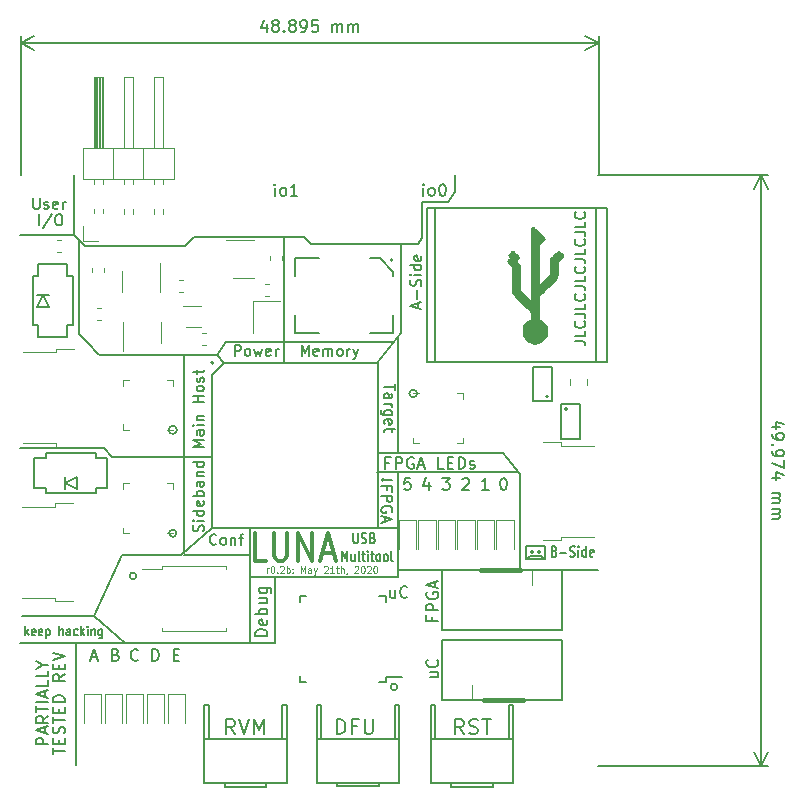
<source format=gto>
G04 #@! TF.GenerationSoftware,KiCad,Pcbnew,5.1.6*
G04 #@! TF.CreationDate,2020-05-21T11:34:31+02:00*
G04 #@! TF.ProjectId,luna_rev0,6c756e61-5f72-4657-9630-2e6b69636164,r0*
G04 #@! TF.SameCoordinates,Original*
G04 #@! TF.FileFunction,Legend,Top*
G04 #@! TF.FilePolarity,Positive*
%FSLAX46Y46*%
G04 Gerber Fmt 4.6, Leading zero omitted, Abs format (unit mm)*
G04 Created by KiCad (PCBNEW 5.1.6) date 2020-05-21 11:34:31*
%MOMM*%
%LPD*%
G01*
G04 APERTURE LIST*
%ADD10C,0.200000*%
%ADD11C,0.150000*%
%ADD12C,0.203200*%
%ADD13C,0.381000*%
%ADD14C,0.125000*%
%ADD15C,0.300000*%
%ADD16C,0.175000*%
%ADD17C,0.010000*%
%ADD18C,0.120000*%
G04 APERTURE END LIST*
D10*
X139007142Y-80064285D02*
X139650000Y-80064285D01*
X139778571Y-80107142D01*
X139864285Y-80192857D01*
X139907142Y-80321428D01*
X139907142Y-80407142D01*
X139907142Y-79207142D02*
X139907142Y-79635714D01*
X139007142Y-79635714D01*
X139821428Y-78392857D02*
X139864285Y-78435714D01*
X139907142Y-78564285D01*
X139907142Y-78650000D01*
X139864285Y-78778571D01*
X139778571Y-78864285D01*
X139692857Y-78907142D01*
X139521428Y-78950000D01*
X139392857Y-78950000D01*
X139221428Y-78907142D01*
X139135714Y-78864285D01*
X139050000Y-78778571D01*
X139007142Y-78650000D01*
X139007142Y-78564285D01*
X139050000Y-78435714D01*
X139092857Y-78392857D01*
X139007142Y-77750000D02*
X139650000Y-77750000D01*
X139778571Y-77792857D01*
X139864285Y-77878571D01*
X139907142Y-78007142D01*
X139907142Y-78092857D01*
X139907142Y-76892857D02*
X139907142Y-77321428D01*
X139007142Y-77321428D01*
X139821428Y-76078571D02*
X139864285Y-76121428D01*
X139907142Y-76250000D01*
X139907142Y-76335714D01*
X139864285Y-76464285D01*
X139778571Y-76550000D01*
X139692857Y-76592857D01*
X139521428Y-76635714D01*
X139392857Y-76635714D01*
X139221428Y-76592857D01*
X139135714Y-76550000D01*
X139050000Y-76464285D01*
X139007142Y-76335714D01*
X139007142Y-76250000D01*
X139050000Y-76121428D01*
X139092857Y-76078571D01*
X139007142Y-75435714D02*
X139650000Y-75435714D01*
X139778571Y-75478571D01*
X139864285Y-75564285D01*
X139907142Y-75692857D01*
X139907142Y-75778571D01*
X139907142Y-74578571D02*
X139907142Y-75007142D01*
X139007142Y-75007142D01*
X139821428Y-73764285D02*
X139864285Y-73807142D01*
X139907142Y-73935714D01*
X139907142Y-74021428D01*
X139864285Y-74150000D01*
X139778571Y-74235714D01*
X139692857Y-74278571D01*
X139521428Y-74321428D01*
X139392857Y-74321428D01*
X139221428Y-74278571D01*
X139135714Y-74235714D01*
X139050000Y-74150000D01*
X139007142Y-74021428D01*
X139007142Y-73935714D01*
X139050000Y-73807142D01*
X139092857Y-73764285D01*
X139007142Y-73121428D02*
X139650000Y-73121428D01*
X139778571Y-73164285D01*
X139864285Y-73250000D01*
X139907142Y-73378571D01*
X139907142Y-73464285D01*
X139907142Y-72264285D02*
X139907142Y-72692857D01*
X139007142Y-72692857D01*
X139821428Y-71450000D02*
X139864285Y-71492857D01*
X139907142Y-71621428D01*
X139907142Y-71707142D01*
X139864285Y-71835714D01*
X139778571Y-71921428D01*
X139692857Y-71964285D01*
X139521428Y-72007142D01*
X139392857Y-72007142D01*
X139221428Y-71964285D01*
X139135714Y-71921428D01*
X139050000Y-71835714D01*
X139007142Y-71707142D01*
X139007142Y-71621428D01*
X139050000Y-71492857D01*
X139092857Y-71450000D01*
X139007142Y-70807142D02*
X139650000Y-70807142D01*
X139778571Y-70850000D01*
X139864285Y-70935714D01*
X139907142Y-71064285D01*
X139907142Y-71150000D01*
X139907142Y-69950000D02*
X139907142Y-70378571D01*
X139007142Y-70378571D01*
X139821428Y-69135714D02*
X139864285Y-69178571D01*
X139907142Y-69307142D01*
X139907142Y-69392857D01*
X139864285Y-69521428D01*
X139778571Y-69607142D01*
X139692857Y-69650000D01*
X139521428Y-69692857D01*
X139392857Y-69692857D01*
X139221428Y-69650000D01*
X139135714Y-69607142D01*
X139050000Y-69521428D01*
X139007142Y-69392857D01*
X139007142Y-69307142D01*
X139050000Y-69178571D01*
X139092857Y-69135714D01*
D11*
X92508614Y-104992714D02*
X92508614Y-104230714D01*
X92573928Y-104702428D02*
X92769871Y-104992714D01*
X92769871Y-104484714D02*
X92508614Y-104775000D01*
X93325042Y-104956428D02*
X93259728Y-104992714D01*
X93129100Y-104992714D01*
X93063785Y-104956428D01*
X93031128Y-104883857D01*
X93031128Y-104593571D01*
X93063785Y-104521000D01*
X93129100Y-104484714D01*
X93259728Y-104484714D01*
X93325042Y-104521000D01*
X93357700Y-104593571D01*
X93357700Y-104666142D01*
X93031128Y-104738714D01*
X93912871Y-104956428D02*
X93847557Y-104992714D01*
X93716928Y-104992714D01*
X93651614Y-104956428D01*
X93618957Y-104883857D01*
X93618957Y-104593571D01*
X93651614Y-104521000D01*
X93716928Y-104484714D01*
X93847557Y-104484714D01*
X93912871Y-104521000D01*
X93945528Y-104593571D01*
X93945528Y-104666142D01*
X93618957Y-104738714D01*
X94239442Y-104484714D02*
X94239442Y-105246714D01*
X94239442Y-104521000D02*
X94304757Y-104484714D01*
X94435385Y-104484714D01*
X94500700Y-104521000D01*
X94533357Y-104557285D01*
X94566014Y-104629857D01*
X94566014Y-104847571D01*
X94533357Y-104920142D01*
X94500700Y-104956428D01*
X94435385Y-104992714D01*
X94304757Y-104992714D01*
X94239442Y-104956428D01*
X95382442Y-104992714D02*
X95382442Y-104230714D01*
X95676357Y-104992714D02*
X95676357Y-104593571D01*
X95643700Y-104521000D01*
X95578385Y-104484714D01*
X95480414Y-104484714D01*
X95415100Y-104521000D01*
X95382442Y-104557285D01*
X96296842Y-104992714D02*
X96296842Y-104593571D01*
X96264185Y-104521000D01*
X96198871Y-104484714D01*
X96068242Y-104484714D01*
X96002928Y-104521000D01*
X96296842Y-104956428D02*
X96231528Y-104992714D01*
X96068242Y-104992714D01*
X96002928Y-104956428D01*
X95970271Y-104883857D01*
X95970271Y-104811285D01*
X96002928Y-104738714D01*
X96068242Y-104702428D01*
X96231528Y-104702428D01*
X96296842Y-104666142D01*
X96917328Y-104956428D02*
X96852014Y-104992714D01*
X96721385Y-104992714D01*
X96656071Y-104956428D01*
X96623414Y-104920142D01*
X96590757Y-104847571D01*
X96590757Y-104629857D01*
X96623414Y-104557285D01*
X96656071Y-104521000D01*
X96721385Y-104484714D01*
X96852014Y-104484714D01*
X96917328Y-104521000D01*
X97211242Y-104992714D02*
X97211242Y-104230714D01*
X97276557Y-104702428D02*
X97472500Y-104992714D01*
X97472500Y-104484714D02*
X97211242Y-104775000D01*
X97766414Y-104992714D02*
X97766414Y-104484714D01*
X97766414Y-104230714D02*
X97733757Y-104267000D01*
X97766414Y-104303285D01*
X97799071Y-104267000D01*
X97766414Y-104230714D01*
X97766414Y-104303285D01*
X98092985Y-104484714D02*
X98092985Y-104992714D01*
X98092985Y-104557285D02*
X98125642Y-104521000D01*
X98190957Y-104484714D01*
X98288928Y-104484714D01*
X98354242Y-104521000D01*
X98386900Y-104593571D01*
X98386900Y-104992714D01*
X99007385Y-104484714D02*
X99007385Y-105101571D01*
X98974728Y-105174142D01*
X98942071Y-105210428D01*
X98876757Y-105246714D01*
X98778785Y-105246714D01*
X98713471Y-105210428D01*
X99007385Y-104956428D02*
X98942071Y-104992714D01*
X98811442Y-104992714D01*
X98746128Y-104956428D01*
X98713471Y-104920142D01*
X98680814Y-104847571D01*
X98680814Y-104629857D01*
X98713471Y-104557285D01*
X98746128Y-104521000D01*
X98811442Y-104484714D01*
X98942071Y-104484714D01*
X99007385Y-104521000D01*
D12*
X136144000Y-97917000D02*
G75*
G03*
X136144000Y-97917000I-127000J0D01*
G01*
X135509000Y-97917000D02*
G75*
G03*
X135509000Y-97917000I-127000J0D01*
G01*
X136398000Y-98552000D02*
X136525000Y-98552000D01*
X136144000Y-98298000D02*
X136398000Y-98552000D01*
X135255000Y-98298000D02*
X136144000Y-98298000D01*
X135001000Y-98552000D02*
X135255000Y-98298000D01*
X134874000Y-98552000D02*
X134874000Y-97409000D01*
X136525000Y-98552000D02*
X134874000Y-98552000D01*
X136525000Y-97409000D02*
X136525000Y-98552000D01*
X134874000Y-97409000D02*
X136525000Y-97409000D01*
D11*
X93181714Y-67952257D02*
X93181714Y-68692485D01*
X93225257Y-68779571D01*
X93268800Y-68823114D01*
X93355885Y-68866657D01*
X93530057Y-68866657D01*
X93617142Y-68823114D01*
X93660685Y-68779571D01*
X93704228Y-68692485D01*
X93704228Y-67952257D01*
X94096114Y-68823114D02*
X94183200Y-68866657D01*
X94357371Y-68866657D01*
X94444457Y-68823114D01*
X94488000Y-68736028D01*
X94488000Y-68692485D01*
X94444457Y-68605400D01*
X94357371Y-68561857D01*
X94226742Y-68561857D01*
X94139657Y-68518314D01*
X94096114Y-68431228D01*
X94096114Y-68387685D01*
X94139657Y-68300600D01*
X94226742Y-68257057D01*
X94357371Y-68257057D01*
X94444457Y-68300600D01*
X95228228Y-68823114D02*
X95141142Y-68866657D01*
X94966971Y-68866657D01*
X94879885Y-68823114D01*
X94836342Y-68736028D01*
X94836342Y-68387685D01*
X94879885Y-68300600D01*
X94966971Y-68257057D01*
X95141142Y-68257057D01*
X95228228Y-68300600D01*
X95271771Y-68387685D01*
X95271771Y-68474771D01*
X94836342Y-68561857D01*
X95663657Y-68866657D02*
X95663657Y-68257057D01*
X95663657Y-68431228D02*
X95707200Y-68344142D01*
X95750742Y-68300600D01*
X95837828Y-68257057D01*
X95924914Y-68257057D01*
X93657057Y-70263657D02*
X93657057Y-69349257D01*
X94745628Y-69305714D02*
X93961857Y-70481371D01*
X95224600Y-69349257D02*
X95398771Y-69349257D01*
X95485857Y-69392800D01*
X95572942Y-69479885D01*
X95616485Y-69654057D01*
X95616485Y-69958857D01*
X95572942Y-70133028D01*
X95485857Y-70220114D01*
X95398771Y-70263657D01*
X95224600Y-70263657D01*
X95137514Y-70220114D01*
X95050428Y-70133028D01*
X95006885Y-69958857D01*
X95006885Y-69654057D01*
X95050428Y-69479885D01*
X95137514Y-69392800D01*
X95224600Y-69349257D01*
D13*
X131318000Y-110490000D02*
X134620000Y-110490000D01*
X131064000Y-99441000D02*
X134366000Y-99441000D01*
D12*
X123981981Y-109347000D02*
G75*
G03*
X123981981Y-109347000I-283981J0D01*
G01*
X125657711Y-84504000D02*
G75*
G03*
X125657711Y-84504000I-323211J0D01*
G01*
X105330407Y-87581000D02*
G75*
G03*
X105330407Y-87581000I-350407J0D01*
G01*
X105286936Y-96344000D02*
G75*
G03*
X105286936Y-96344000I-306936J0D01*
G01*
X101883981Y-99949000D02*
G75*
G03*
X101883981Y-99949000I-283981J0D01*
G01*
X98298000Y-103378000D02*
X100965000Y-105664000D01*
X96774000Y-105664000D02*
X96774000Y-115951000D01*
D11*
X94829380Y-115053523D02*
X94829380Y-114482095D01*
X95829380Y-114767809D02*
X94829380Y-114767809D01*
X95305571Y-114148761D02*
X95305571Y-113815428D01*
X95829380Y-113672571D02*
X95829380Y-114148761D01*
X94829380Y-114148761D01*
X94829380Y-113672571D01*
X95781761Y-113291619D02*
X95829380Y-113148761D01*
X95829380Y-112910666D01*
X95781761Y-112815428D01*
X95734142Y-112767809D01*
X95638904Y-112720190D01*
X95543666Y-112720190D01*
X95448428Y-112767809D01*
X95400809Y-112815428D01*
X95353190Y-112910666D01*
X95305571Y-113101142D01*
X95257952Y-113196380D01*
X95210333Y-113244000D01*
X95115095Y-113291619D01*
X95019857Y-113291619D01*
X94924619Y-113244000D01*
X94877000Y-113196380D01*
X94829380Y-113101142D01*
X94829380Y-112863047D01*
X94877000Y-112720190D01*
X94829380Y-112434476D02*
X94829380Y-111863047D01*
X95829380Y-112148761D02*
X94829380Y-112148761D01*
X95305571Y-111529714D02*
X95305571Y-111196380D01*
X95829380Y-111053523D02*
X95829380Y-111529714D01*
X94829380Y-111529714D01*
X94829380Y-111053523D01*
X95829380Y-110624952D02*
X94829380Y-110624952D01*
X94829380Y-110386857D01*
X94877000Y-110244000D01*
X94972238Y-110148761D01*
X95067476Y-110101142D01*
X95257952Y-110053523D01*
X95400809Y-110053523D01*
X95591285Y-110101142D01*
X95686523Y-110148761D01*
X95781761Y-110244000D01*
X95829380Y-110386857D01*
X95829380Y-110624952D01*
X95829380Y-108291619D02*
X95353190Y-108624952D01*
X95829380Y-108863047D02*
X94829380Y-108863047D01*
X94829380Y-108482095D01*
X94877000Y-108386857D01*
X94924619Y-108339238D01*
X95019857Y-108291619D01*
X95162714Y-108291619D01*
X95257952Y-108339238D01*
X95305571Y-108386857D01*
X95353190Y-108482095D01*
X95353190Y-108863047D01*
X95305571Y-107863047D02*
X95305571Y-107529714D01*
X95829380Y-107386857D02*
X95829380Y-107863047D01*
X94829380Y-107863047D01*
X94829380Y-107386857D01*
X94829380Y-107101142D02*
X95829380Y-106767809D01*
X94829380Y-106434476D01*
X94432380Y-114220190D02*
X93432380Y-114220190D01*
X93432380Y-113839238D01*
X93480000Y-113744000D01*
X93527619Y-113696380D01*
X93622857Y-113648761D01*
X93765714Y-113648761D01*
X93860952Y-113696380D01*
X93908571Y-113744000D01*
X93956190Y-113839238D01*
X93956190Y-114220190D01*
X94146666Y-113267809D02*
X94146666Y-112791619D01*
X94432380Y-113363047D02*
X93432380Y-113029714D01*
X94432380Y-112696380D01*
X94432380Y-111791619D02*
X93956190Y-112124952D01*
X94432380Y-112363047D02*
X93432380Y-112363047D01*
X93432380Y-111982095D01*
X93480000Y-111886857D01*
X93527619Y-111839238D01*
X93622857Y-111791619D01*
X93765714Y-111791619D01*
X93860952Y-111839238D01*
X93908571Y-111886857D01*
X93956190Y-111982095D01*
X93956190Y-112363047D01*
X93432380Y-111505904D02*
X93432380Y-110934476D01*
X94432380Y-111220190D02*
X93432380Y-111220190D01*
X94432380Y-110601142D02*
X93432380Y-110601142D01*
X94146666Y-110172571D02*
X94146666Y-109696380D01*
X94432380Y-110267809D02*
X93432380Y-109934476D01*
X94432380Y-109601142D01*
X94432380Y-108791619D02*
X94432380Y-109267809D01*
X93432380Y-109267809D01*
X94432380Y-107982095D02*
X94432380Y-108458285D01*
X93432380Y-108458285D01*
X93956190Y-107458285D02*
X94432380Y-107458285D01*
X93432380Y-107791619D02*
X93956190Y-107458285D01*
X93432380Y-107124952D01*
D12*
X96647000Y-71120000D02*
X96647000Y-66040000D01*
D11*
X108668457Y-97227571D02*
X108624914Y-97271114D01*
X108494285Y-97314657D01*
X108407200Y-97314657D01*
X108276571Y-97271114D01*
X108189485Y-97184028D01*
X108145942Y-97096942D01*
X108102400Y-96922771D01*
X108102400Y-96792142D01*
X108145942Y-96617971D01*
X108189485Y-96530885D01*
X108276571Y-96443800D01*
X108407200Y-96400257D01*
X108494285Y-96400257D01*
X108624914Y-96443800D01*
X108668457Y-96487342D01*
X109190971Y-97314657D02*
X109103885Y-97271114D01*
X109060342Y-97227571D01*
X109016800Y-97140485D01*
X109016800Y-96879228D01*
X109060342Y-96792142D01*
X109103885Y-96748600D01*
X109190971Y-96705057D01*
X109321600Y-96705057D01*
X109408685Y-96748600D01*
X109452228Y-96792142D01*
X109495771Y-96879228D01*
X109495771Y-97140485D01*
X109452228Y-97227571D01*
X109408685Y-97271114D01*
X109321600Y-97314657D01*
X109190971Y-97314657D01*
X109887657Y-96705057D02*
X109887657Y-97314657D01*
X109887657Y-96792142D02*
X109931200Y-96748600D01*
X110018285Y-96705057D01*
X110148914Y-96705057D01*
X110236000Y-96748600D01*
X110279542Y-96835685D01*
X110279542Y-97314657D01*
X110584342Y-96705057D02*
X110932685Y-96705057D01*
X110714971Y-97314657D02*
X110714971Y-96530885D01*
X110758514Y-96443800D01*
X110845600Y-96400257D01*
X110932685Y-96400257D01*
D12*
X105918000Y-98171000D02*
X111506000Y-98171000D01*
D11*
X129606523Y-113350523D02*
X129183190Y-112745761D01*
X128880809Y-113350523D02*
X128880809Y-112080523D01*
X129364619Y-112080523D01*
X129485571Y-112141000D01*
X129546047Y-112201476D01*
X129606523Y-112322428D01*
X129606523Y-112503857D01*
X129546047Y-112624809D01*
X129485571Y-112685285D01*
X129364619Y-112745761D01*
X128880809Y-112745761D01*
X130090333Y-113290047D02*
X130271761Y-113350523D01*
X130574142Y-113350523D01*
X130695095Y-113290047D01*
X130755571Y-113229571D01*
X130816047Y-113108619D01*
X130816047Y-112987666D01*
X130755571Y-112866714D01*
X130695095Y-112806238D01*
X130574142Y-112745761D01*
X130332238Y-112685285D01*
X130211285Y-112624809D01*
X130150809Y-112564333D01*
X130090333Y-112443380D01*
X130090333Y-112322428D01*
X130150809Y-112201476D01*
X130211285Y-112141000D01*
X130332238Y-112080523D01*
X130634619Y-112080523D01*
X130816047Y-112141000D01*
X131178904Y-112080523D02*
X131904619Y-112080523D01*
X131541761Y-113350523D02*
X131541761Y-112080523D01*
X118853857Y-113350523D02*
X118853857Y-112080523D01*
X119156238Y-112080523D01*
X119337666Y-112141000D01*
X119458619Y-112261952D01*
X119519095Y-112382904D01*
X119579571Y-112624809D01*
X119579571Y-112806238D01*
X119519095Y-113048142D01*
X119458619Y-113169095D01*
X119337666Y-113290047D01*
X119156238Y-113350523D01*
X118853857Y-113350523D01*
X120547190Y-112685285D02*
X120123857Y-112685285D01*
X120123857Y-113350523D02*
X120123857Y-112080523D01*
X120728619Y-112080523D01*
X121212428Y-112080523D02*
X121212428Y-113108619D01*
X121272904Y-113229571D01*
X121333380Y-113290047D01*
X121454333Y-113350523D01*
X121696238Y-113350523D01*
X121817190Y-113290047D01*
X121877666Y-113229571D01*
X121938142Y-113108619D01*
X121938142Y-112080523D01*
X110248095Y-113350523D02*
X109824761Y-112745761D01*
X109522380Y-113350523D02*
X109522380Y-112080523D01*
X110006190Y-112080523D01*
X110127142Y-112141000D01*
X110187619Y-112201476D01*
X110248095Y-112322428D01*
X110248095Y-112503857D01*
X110187619Y-112624809D01*
X110127142Y-112685285D01*
X110006190Y-112745761D01*
X109522380Y-112745761D01*
X110610952Y-112080523D02*
X111034285Y-113350523D01*
X111457619Y-112080523D01*
X111880952Y-113350523D02*
X111880952Y-112080523D01*
X112304285Y-112987666D01*
X112727619Y-112080523D01*
X112727619Y-113350523D01*
D12*
X113665000Y-105664000D02*
X113665000Y-100076000D01*
X111506000Y-105664000D02*
X113665000Y-105664000D01*
X124079000Y-91186000D02*
X124079000Y-91440000D01*
X122301000Y-91186000D02*
X134239000Y-91186000D01*
X122682000Y-91821000D02*
X122809000Y-91948000D01*
X122682000Y-91821000D02*
X122809000Y-91694000D01*
X123571000Y-91821000D02*
X122682000Y-91821000D01*
X124079000Y-95885000D02*
X122316000Y-95900000D01*
X124079000Y-100076000D02*
X124079000Y-99314000D01*
X123825000Y-100076000D02*
X124079000Y-100076000D01*
X127762000Y-99441000D02*
X124079000Y-99441000D01*
X124079000Y-91440000D02*
X124079000Y-99441000D01*
X124079000Y-89535000D02*
X124079000Y-79756000D01*
X109474000Y-80137000D02*
X123698000Y-80137000D01*
X109474000Y-80137000D02*
X108712000Y-81280000D01*
X105918000Y-89916000D02*
X105918000Y-98044000D01*
X105918000Y-89916000D02*
X105918000Y-81280000D01*
X137922000Y-99441000D02*
X140970000Y-99441000D01*
X96774000Y-105664000D02*
X92075000Y-105664000D01*
X111506000Y-105664000D02*
X106426000Y-105664000D01*
X111506000Y-100076000D02*
X111506000Y-105664000D01*
D11*
X125755400Y-77299457D02*
X125755400Y-76864028D01*
X126016657Y-77386542D02*
X125102257Y-77081742D01*
X126016657Y-76776942D01*
X125668314Y-76472142D02*
X125668314Y-75775457D01*
X125973114Y-75383571D02*
X126016657Y-75252942D01*
X126016657Y-75035228D01*
X125973114Y-74948142D01*
X125929571Y-74904600D01*
X125842485Y-74861057D01*
X125755400Y-74861057D01*
X125668314Y-74904600D01*
X125624771Y-74948142D01*
X125581228Y-75035228D01*
X125537685Y-75209400D01*
X125494142Y-75296485D01*
X125450600Y-75340028D01*
X125363514Y-75383571D01*
X125276428Y-75383571D01*
X125189342Y-75340028D01*
X125145800Y-75296485D01*
X125102257Y-75209400D01*
X125102257Y-74991685D01*
X125145800Y-74861057D01*
X126016657Y-74469171D02*
X125407057Y-74469171D01*
X125102257Y-74469171D02*
X125145800Y-74512714D01*
X125189342Y-74469171D01*
X125145800Y-74425628D01*
X125102257Y-74469171D01*
X125189342Y-74469171D01*
X126016657Y-73641857D02*
X125102257Y-73641857D01*
X125973114Y-73641857D02*
X126016657Y-73728942D01*
X126016657Y-73903114D01*
X125973114Y-73990200D01*
X125929571Y-74033742D01*
X125842485Y-74077285D01*
X125581228Y-74077285D01*
X125494142Y-74033742D01*
X125450600Y-73990200D01*
X125407057Y-73903114D01*
X125407057Y-73728942D01*
X125450600Y-73641857D01*
X125973114Y-72858085D02*
X126016657Y-72945171D01*
X126016657Y-73119342D01*
X125973114Y-73206428D01*
X125886028Y-73249971D01*
X125537685Y-73249971D01*
X125450600Y-73206428D01*
X125407057Y-73119342D01*
X125407057Y-72945171D01*
X125450600Y-72858085D01*
X125537685Y-72814542D01*
X125624771Y-72814542D01*
X125711857Y-73249971D01*
D12*
X123825000Y-100076000D02*
X123444000Y-100076000D01*
X134366000Y-98933000D02*
X134366000Y-99441000D01*
X111506000Y-100076000D02*
X111506000Y-95885000D01*
X111506000Y-100076000D02*
X123571000Y-100076000D01*
X132969000Y-89535000D02*
X134366000Y-91313000D01*
X122428000Y-89535000D02*
X132969000Y-89535000D01*
X128905000Y-67437000D02*
X128905000Y-66040000D01*
X128270000Y-68326000D02*
X128905000Y-67437000D01*
X126111000Y-68326000D02*
X128270000Y-68326000D01*
X126111000Y-68453000D02*
X126111000Y-68326000D01*
X126111000Y-71374000D02*
X126111000Y-68453000D01*
X125730000Y-71882000D02*
X126111000Y-71374000D01*
X124333000Y-71882000D02*
X125730000Y-71882000D01*
X124333000Y-71882000D02*
X124333000Y-79375000D01*
X116713000Y-71882000D02*
X124333000Y-71882000D01*
X116078000Y-71247000D02*
X116713000Y-71882000D01*
X114427000Y-71247000D02*
X116078000Y-71247000D01*
X97028000Y-77343000D02*
X97028000Y-71501000D01*
X96647000Y-71120000D02*
X92075000Y-71120000D01*
X97536000Y-72009000D02*
X96647000Y-71120000D01*
X106045000Y-72009000D02*
X97536000Y-72009000D01*
X106807000Y-71247000D02*
X106045000Y-72009000D01*
X114427000Y-71247000D02*
X106807000Y-71247000D01*
X114427000Y-71247000D02*
X114427000Y-81915000D01*
X122301000Y-81915000D02*
X124333000Y-79375000D01*
X99187000Y-89154000D02*
X99822000Y-89916000D01*
X102616000Y-89916000D02*
X99822000Y-89916000D01*
X102616000Y-89916000D02*
X108331000Y-89916000D01*
X105664000Y-98171000D02*
X108331000Y-95885000D01*
X100711000Y-98171000D02*
X105664000Y-98171000D01*
X98298000Y-103378000D02*
X100711000Y-98171000D01*
X108712000Y-81280000D02*
X109316000Y-81900000D01*
X107442000Y-81280000D02*
X108712000Y-81280000D01*
X92202000Y-103378000D02*
X98298000Y-103378000D01*
X99187000Y-89154000D02*
X92075000Y-89154000D01*
X97028000Y-79502000D02*
X97028000Y-77343000D01*
X97790000Y-80264000D02*
X97028000Y-79502000D01*
X105156000Y-81280000D02*
X107569000Y-81280000D01*
X101854000Y-81280000D02*
X105156000Y-81280000D01*
X98806000Y-81280000D02*
X101854000Y-81280000D01*
X98679000Y-81153000D02*
X98806000Y-81280000D01*
X97790000Y-80264000D02*
X98679000Y-81153000D01*
D11*
X115885685Y-81312657D02*
X115885685Y-80398257D01*
X116190485Y-81051400D01*
X116495285Y-80398257D01*
X116495285Y-81312657D01*
X117279057Y-81269114D02*
X117191971Y-81312657D01*
X117017800Y-81312657D01*
X116930714Y-81269114D01*
X116887171Y-81182028D01*
X116887171Y-80833685D01*
X116930714Y-80746600D01*
X117017800Y-80703057D01*
X117191971Y-80703057D01*
X117279057Y-80746600D01*
X117322600Y-80833685D01*
X117322600Y-80920771D01*
X116887171Y-81007857D01*
X117714485Y-81312657D02*
X117714485Y-80703057D01*
X117714485Y-80790142D02*
X117758028Y-80746600D01*
X117845114Y-80703057D01*
X117975742Y-80703057D01*
X118062828Y-80746600D01*
X118106371Y-80833685D01*
X118106371Y-81312657D01*
X118106371Y-80833685D02*
X118149914Y-80746600D01*
X118237000Y-80703057D01*
X118367628Y-80703057D01*
X118454714Y-80746600D01*
X118498257Y-80833685D01*
X118498257Y-81312657D01*
X119064314Y-81312657D02*
X118977228Y-81269114D01*
X118933685Y-81225571D01*
X118890142Y-81138485D01*
X118890142Y-80877228D01*
X118933685Y-80790142D01*
X118977228Y-80746600D01*
X119064314Y-80703057D01*
X119194942Y-80703057D01*
X119282028Y-80746600D01*
X119325571Y-80790142D01*
X119369114Y-80877228D01*
X119369114Y-81138485D01*
X119325571Y-81225571D01*
X119282028Y-81269114D01*
X119194942Y-81312657D01*
X119064314Y-81312657D01*
X119761000Y-81312657D02*
X119761000Y-80703057D01*
X119761000Y-80877228D02*
X119804542Y-80790142D01*
X119848085Y-80746600D01*
X119935171Y-80703057D01*
X120022257Y-80703057D01*
X120239971Y-80703057D02*
X120457685Y-81312657D01*
X120675400Y-80703057D02*
X120457685Y-81312657D01*
X120370600Y-81530371D01*
X120327057Y-81573914D01*
X120239971Y-81617457D01*
D14*
X112945333Y-99712428D02*
X112945333Y-99312428D01*
X112945333Y-99426714D02*
X112971942Y-99369571D01*
X112998552Y-99341000D01*
X113051771Y-99312428D01*
X113104990Y-99312428D01*
X113397695Y-99112428D02*
X113450914Y-99112428D01*
X113504133Y-99141000D01*
X113530742Y-99169571D01*
X113557352Y-99226714D01*
X113583961Y-99341000D01*
X113583961Y-99483857D01*
X113557352Y-99598142D01*
X113530742Y-99655285D01*
X113504133Y-99683857D01*
X113450914Y-99712428D01*
X113397695Y-99712428D01*
X113344476Y-99683857D01*
X113317866Y-99655285D01*
X113291257Y-99598142D01*
X113264647Y-99483857D01*
X113264647Y-99341000D01*
X113291257Y-99226714D01*
X113317866Y-99169571D01*
X113344476Y-99141000D01*
X113397695Y-99112428D01*
X113823447Y-99655285D02*
X113850057Y-99683857D01*
X113823447Y-99712428D01*
X113796838Y-99683857D01*
X113823447Y-99655285D01*
X113823447Y-99712428D01*
X114062933Y-99169571D02*
X114089542Y-99141000D01*
X114142761Y-99112428D01*
X114275809Y-99112428D01*
X114329028Y-99141000D01*
X114355638Y-99169571D01*
X114382247Y-99226714D01*
X114382247Y-99283857D01*
X114355638Y-99369571D01*
X114036323Y-99712428D01*
X114382247Y-99712428D01*
X114621733Y-99712428D02*
X114621733Y-99112428D01*
X114621733Y-99341000D02*
X114674952Y-99312428D01*
X114781390Y-99312428D01*
X114834609Y-99341000D01*
X114861219Y-99369571D01*
X114887828Y-99426714D01*
X114887828Y-99598142D01*
X114861219Y-99655285D01*
X114834609Y-99683857D01*
X114781390Y-99712428D01*
X114674952Y-99712428D01*
X114621733Y-99683857D01*
X115127314Y-99655285D02*
X115153923Y-99683857D01*
X115127314Y-99712428D01*
X115100704Y-99683857D01*
X115127314Y-99655285D01*
X115127314Y-99712428D01*
X115127314Y-99341000D02*
X115153923Y-99369571D01*
X115127314Y-99398142D01*
X115100704Y-99369571D01*
X115127314Y-99341000D01*
X115127314Y-99398142D01*
X115819161Y-99712428D02*
X115819161Y-99112428D01*
X116005428Y-99541000D01*
X116191695Y-99112428D01*
X116191695Y-99712428D01*
X116697276Y-99712428D02*
X116697276Y-99398142D01*
X116670666Y-99341000D01*
X116617447Y-99312428D01*
X116511009Y-99312428D01*
X116457790Y-99341000D01*
X116697276Y-99683857D02*
X116644057Y-99712428D01*
X116511009Y-99712428D01*
X116457790Y-99683857D01*
X116431180Y-99626714D01*
X116431180Y-99569571D01*
X116457790Y-99512428D01*
X116511009Y-99483857D01*
X116644057Y-99483857D01*
X116697276Y-99455285D01*
X116910152Y-99312428D02*
X117043200Y-99712428D01*
X117176247Y-99312428D02*
X117043200Y-99712428D01*
X116989980Y-99855285D01*
X116963371Y-99883857D01*
X116910152Y-99912428D01*
X117788266Y-99169571D02*
X117814876Y-99141000D01*
X117868095Y-99112428D01*
X118001142Y-99112428D01*
X118054361Y-99141000D01*
X118080971Y-99169571D01*
X118107580Y-99226714D01*
X118107580Y-99283857D01*
X118080971Y-99369571D01*
X117761657Y-99712428D01*
X118107580Y-99712428D01*
X118639771Y-99712428D02*
X118320457Y-99712428D01*
X118480114Y-99712428D02*
X118480114Y-99112428D01*
X118426895Y-99198142D01*
X118373676Y-99255285D01*
X118320457Y-99283857D01*
X118799428Y-99312428D02*
X119012304Y-99312428D01*
X118879257Y-99112428D02*
X118879257Y-99626714D01*
X118905866Y-99683857D01*
X118959085Y-99712428D01*
X119012304Y-99712428D01*
X119198571Y-99712428D02*
X119198571Y-99112428D01*
X119438057Y-99712428D02*
X119438057Y-99398142D01*
X119411447Y-99341000D01*
X119358228Y-99312428D01*
X119278400Y-99312428D01*
X119225180Y-99341000D01*
X119198571Y-99369571D01*
X119730761Y-99683857D02*
X119730761Y-99712428D01*
X119704152Y-99769571D01*
X119677542Y-99798142D01*
X120369390Y-99169571D02*
X120396000Y-99141000D01*
X120449219Y-99112428D01*
X120582266Y-99112428D01*
X120635485Y-99141000D01*
X120662095Y-99169571D01*
X120688704Y-99226714D01*
X120688704Y-99283857D01*
X120662095Y-99369571D01*
X120342780Y-99712428D01*
X120688704Y-99712428D01*
X121034628Y-99112428D02*
X121087847Y-99112428D01*
X121141066Y-99141000D01*
X121167676Y-99169571D01*
X121194285Y-99226714D01*
X121220895Y-99341000D01*
X121220895Y-99483857D01*
X121194285Y-99598142D01*
X121167676Y-99655285D01*
X121141066Y-99683857D01*
X121087847Y-99712428D01*
X121034628Y-99712428D01*
X120981409Y-99683857D01*
X120954800Y-99655285D01*
X120928190Y-99598142D01*
X120901580Y-99483857D01*
X120901580Y-99341000D01*
X120928190Y-99226714D01*
X120954800Y-99169571D01*
X120981409Y-99141000D01*
X121034628Y-99112428D01*
X121433771Y-99169571D02*
X121460380Y-99141000D01*
X121513600Y-99112428D01*
X121646647Y-99112428D01*
X121699866Y-99141000D01*
X121726476Y-99169571D01*
X121753085Y-99226714D01*
X121753085Y-99283857D01*
X121726476Y-99369571D01*
X121407161Y-99712428D01*
X121753085Y-99712428D01*
X122099009Y-99112428D02*
X122152228Y-99112428D01*
X122205447Y-99141000D01*
X122232057Y-99169571D01*
X122258666Y-99226714D01*
X122285276Y-99341000D01*
X122285276Y-99483857D01*
X122258666Y-99598142D01*
X122232057Y-99655285D01*
X122205447Y-99683857D01*
X122152228Y-99712428D01*
X122099009Y-99712428D01*
X122045790Y-99683857D01*
X122019180Y-99655285D01*
X121992571Y-99598142D01*
X121965961Y-99483857D01*
X121965961Y-99341000D01*
X121992571Y-99226714D01*
X122019180Y-99169571D01*
X122045790Y-99141000D01*
X122099009Y-99112428D01*
D11*
X123793285Y-101131714D02*
X123793285Y-101798380D01*
X123364714Y-101131714D02*
X123364714Y-101655523D01*
X123412333Y-101750761D01*
X123507571Y-101798380D01*
X123650428Y-101798380D01*
X123745666Y-101750761D01*
X123793285Y-101703142D01*
X124840904Y-101703142D02*
X124793285Y-101750761D01*
X124650428Y-101798380D01*
X124555190Y-101798380D01*
X124412333Y-101750761D01*
X124317095Y-101655523D01*
X124269476Y-101560285D01*
X124221857Y-101369809D01*
X124221857Y-101226952D01*
X124269476Y-101036476D01*
X124317095Y-100941238D01*
X124412333Y-100846000D01*
X124555190Y-100798380D01*
X124650428Y-100798380D01*
X124793285Y-100846000D01*
X124840904Y-100893619D01*
D15*
X112855666Y-98662595D02*
X111903285Y-98662595D01*
X111903285Y-96312595D01*
X113522333Y-96312595D02*
X113522333Y-98214976D01*
X113617571Y-98438785D01*
X113712809Y-98550690D01*
X113903285Y-98662595D01*
X114284238Y-98662595D01*
X114474714Y-98550690D01*
X114569952Y-98438785D01*
X114665190Y-98214976D01*
X114665190Y-96312595D01*
X115617571Y-98662595D02*
X115617571Y-96312595D01*
X116760428Y-98662595D01*
X116760428Y-96312595D01*
X117617571Y-97991166D02*
X118569952Y-97991166D01*
X117427095Y-98662595D02*
X118093761Y-96312595D01*
X118760428Y-98662595D01*
D16*
X120262000Y-96280642D02*
X120262000Y-97009214D01*
X120295333Y-97094928D01*
X120328666Y-97137785D01*
X120395333Y-97180642D01*
X120528666Y-97180642D01*
X120595333Y-97137785D01*
X120628666Y-97094928D01*
X120662000Y-97009214D01*
X120662000Y-96280642D01*
X120962000Y-97137785D02*
X121062000Y-97180642D01*
X121228666Y-97180642D01*
X121295333Y-97137785D01*
X121328666Y-97094928D01*
X121362000Y-97009214D01*
X121362000Y-96923500D01*
X121328666Y-96837785D01*
X121295333Y-96794928D01*
X121228666Y-96752071D01*
X121095333Y-96709214D01*
X121028666Y-96666357D01*
X120995333Y-96623500D01*
X120962000Y-96537785D01*
X120962000Y-96452071D01*
X120995333Y-96366357D01*
X121028666Y-96323500D01*
X121095333Y-96280642D01*
X121262000Y-96280642D01*
X121362000Y-96323500D01*
X121895333Y-96709214D02*
X121995333Y-96752071D01*
X122028666Y-96794928D01*
X122062000Y-96880642D01*
X122062000Y-97009214D01*
X122028666Y-97094928D01*
X121995333Y-97137785D01*
X121928666Y-97180642D01*
X121662000Y-97180642D01*
X121662000Y-96280642D01*
X121895333Y-96280642D01*
X121962000Y-96323500D01*
X121995333Y-96366357D01*
X122028666Y-96452071D01*
X122028666Y-96537785D01*
X121995333Y-96623500D01*
X121962000Y-96666357D01*
X121895333Y-96709214D01*
X121662000Y-96709214D01*
X119295333Y-98705642D02*
X119295333Y-97805642D01*
X119528666Y-98448500D01*
X119762000Y-97805642D01*
X119762000Y-98705642D01*
X120395333Y-98105642D02*
X120395333Y-98705642D01*
X120095333Y-98105642D02*
X120095333Y-98577071D01*
X120128666Y-98662785D01*
X120195333Y-98705642D01*
X120295333Y-98705642D01*
X120362000Y-98662785D01*
X120395333Y-98619928D01*
X120828666Y-98705642D02*
X120762000Y-98662785D01*
X120728666Y-98577071D01*
X120728666Y-97805642D01*
X120995333Y-98105642D02*
X121262000Y-98105642D01*
X121095333Y-97805642D02*
X121095333Y-98577071D01*
X121128666Y-98662785D01*
X121195333Y-98705642D01*
X121262000Y-98705642D01*
X121495333Y-98705642D02*
X121495333Y-98105642D01*
X121495333Y-97805642D02*
X121462000Y-97848500D01*
X121495333Y-97891357D01*
X121528666Y-97848500D01*
X121495333Y-97805642D01*
X121495333Y-97891357D01*
X121728666Y-98105642D02*
X121995333Y-98105642D01*
X121828666Y-97805642D02*
X121828666Y-98577071D01*
X121862000Y-98662785D01*
X121928666Y-98705642D01*
X121995333Y-98705642D01*
X122328666Y-98705642D02*
X122262000Y-98662785D01*
X122228666Y-98619928D01*
X122195333Y-98534214D01*
X122195333Y-98277071D01*
X122228666Y-98191357D01*
X122262000Y-98148500D01*
X122328666Y-98105642D01*
X122428666Y-98105642D01*
X122495333Y-98148500D01*
X122528666Y-98191357D01*
X122562000Y-98277071D01*
X122562000Y-98534214D01*
X122528666Y-98619928D01*
X122495333Y-98662785D01*
X122428666Y-98705642D01*
X122328666Y-98705642D01*
X122962000Y-98705642D02*
X122895333Y-98662785D01*
X122862000Y-98619928D01*
X122828666Y-98534214D01*
X122828666Y-98277071D01*
X122862000Y-98191357D01*
X122895333Y-98148500D01*
X122962000Y-98105642D01*
X123062000Y-98105642D01*
X123128666Y-98148500D01*
X123162000Y-98191357D01*
X123195333Y-98277071D01*
X123195333Y-98534214D01*
X123162000Y-98619928D01*
X123128666Y-98662785D01*
X123062000Y-98705642D01*
X122962000Y-98705642D01*
X123595333Y-98705642D02*
X123528666Y-98662785D01*
X123495333Y-98577071D01*
X123495333Y-97805642D01*
D11*
X126785714Y-108108714D02*
X127452380Y-108108714D01*
X126785714Y-108537285D02*
X127309523Y-108537285D01*
X127404761Y-108489666D01*
X127452380Y-108394428D01*
X127452380Y-108251571D01*
X127404761Y-108156333D01*
X127357142Y-108108714D01*
X127357142Y-107061095D02*
X127404761Y-107108714D01*
X127452380Y-107251571D01*
X127452380Y-107346809D01*
X127404761Y-107489666D01*
X127309523Y-107584904D01*
X127214285Y-107632523D01*
X127023809Y-107680142D01*
X126880952Y-107680142D01*
X126690476Y-107632523D01*
X126595238Y-107584904D01*
X126500000Y-107489666D01*
X126452380Y-107346809D01*
X126452380Y-107251571D01*
X126500000Y-107108714D01*
X126547619Y-107061095D01*
X126928571Y-103393714D02*
X126928571Y-103727047D01*
X127452380Y-103727047D02*
X126452380Y-103727047D01*
X126452380Y-103250857D01*
X127452380Y-102869904D02*
X126452380Y-102869904D01*
X126452380Y-102488952D01*
X126500000Y-102393714D01*
X126547619Y-102346095D01*
X126642857Y-102298476D01*
X126785714Y-102298476D01*
X126880952Y-102346095D01*
X126928571Y-102393714D01*
X126976190Y-102488952D01*
X126976190Y-102869904D01*
X126500000Y-101346095D02*
X126452380Y-101441333D01*
X126452380Y-101584190D01*
X126500000Y-101727047D01*
X126595238Y-101822285D01*
X126690476Y-101869904D01*
X126880952Y-101917523D01*
X127023809Y-101917523D01*
X127214285Y-101869904D01*
X127309523Y-101822285D01*
X127404761Y-101727047D01*
X127452380Y-101584190D01*
X127452380Y-101488952D01*
X127404761Y-101346095D01*
X127357142Y-101298476D01*
X127023809Y-101298476D01*
X127023809Y-101488952D01*
X127166666Y-100917523D02*
X127166666Y-100441333D01*
X127452380Y-101012761D02*
X126452380Y-100679428D01*
X127452380Y-100346095D01*
X126198428Y-67762380D02*
X126198428Y-67095714D01*
X126198428Y-66762380D02*
X126150809Y-66810000D01*
X126198428Y-66857619D01*
X126246047Y-66810000D01*
X126198428Y-66762380D01*
X126198428Y-66857619D01*
X126817476Y-67762380D02*
X126722238Y-67714761D01*
X126674619Y-67667142D01*
X126627000Y-67571904D01*
X126627000Y-67286190D01*
X126674619Y-67190952D01*
X126722238Y-67143333D01*
X126817476Y-67095714D01*
X126960333Y-67095714D01*
X127055571Y-67143333D01*
X127103190Y-67190952D01*
X127150809Y-67286190D01*
X127150809Y-67571904D01*
X127103190Y-67667142D01*
X127055571Y-67714761D01*
X126960333Y-67762380D01*
X126817476Y-67762380D01*
X127769857Y-66762380D02*
X127865095Y-66762380D01*
X127960333Y-66810000D01*
X128007952Y-66857619D01*
X128055571Y-66952857D01*
X128103190Y-67143333D01*
X128103190Y-67381428D01*
X128055571Y-67571904D01*
X128007952Y-67667142D01*
X127960333Y-67714761D01*
X127865095Y-67762380D01*
X127769857Y-67762380D01*
X127674619Y-67714761D01*
X127627000Y-67667142D01*
X127579380Y-67571904D01*
X127531761Y-67381428D01*
X127531761Y-67143333D01*
X127579380Y-66952857D01*
X127627000Y-66857619D01*
X127674619Y-66810000D01*
X127769857Y-66762380D01*
X113625428Y-67762380D02*
X113625428Y-67095714D01*
X113625428Y-66762380D02*
X113577809Y-66810000D01*
X113625428Y-66857619D01*
X113673047Y-66810000D01*
X113625428Y-66762380D01*
X113625428Y-66857619D01*
X114244476Y-67762380D02*
X114149238Y-67714761D01*
X114101619Y-67667142D01*
X114054000Y-67571904D01*
X114054000Y-67286190D01*
X114101619Y-67190952D01*
X114149238Y-67143333D01*
X114244476Y-67095714D01*
X114387333Y-67095714D01*
X114482571Y-67143333D01*
X114530190Y-67190952D01*
X114577809Y-67286190D01*
X114577809Y-67571904D01*
X114530190Y-67667142D01*
X114482571Y-67714761D01*
X114387333Y-67762380D01*
X114244476Y-67762380D01*
X115530190Y-67762380D02*
X114958761Y-67762380D01*
X115244476Y-67762380D02*
X115244476Y-66762380D01*
X115149238Y-66905238D01*
X115054000Y-67000476D01*
X114958761Y-67048095D01*
X110206971Y-81312657D02*
X110206971Y-80398257D01*
X110555314Y-80398257D01*
X110642400Y-80441800D01*
X110685942Y-80485342D01*
X110729485Y-80572428D01*
X110729485Y-80703057D01*
X110685942Y-80790142D01*
X110642400Y-80833685D01*
X110555314Y-80877228D01*
X110206971Y-80877228D01*
X111252000Y-81312657D02*
X111164914Y-81269114D01*
X111121371Y-81225571D01*
X111077828Y-81138485D01*
X111077828Y-80877228D01*
X111121371Y-80790142D01*
X111164914Y-80746600D01*
X111252000Y-80703057D01*
X111382628Y-80703057D01*
X111469714Y-80746600D01*
X111513257Y-80790142D01*
X111556800Y-80877228D01*
X111556800Y-81138485D01*
X111513257Y-81225571D01*
X111469714Y-81269114D01*
X111382628Y-81312657D01*
X111252000Y-81312657D01*
X111861600Y-80703057D02*
X112035771Y-81312657D01*
X112209942Y-80877228D01*
X112384114Y-81312657D01*
X112558285Y-80703057D01*
X113254971Y-81269114D02*
X113167885Y-81312657D01*
X112993714Y-81312657D01*
X112906628Y-81269114D01*
X112863085Y-81182028D01*
X112863085Y-80833685D01*
X112906628Y-80746600D01*
X112993714Y-80703057D01*
X113167885Y-80703057D01*
X113254971Y-80746600D01*
X113298514Y-80833685D01*
X113298514Y-80920771D01*
X112863085Y-81007857D01*
X113690400Y-81312657D02*
X113690400Y-80703057D01*
X113690400Y-80877228D02*
X113733942Y-80790142D01*
X113777485Y-80746600D01*
X113864571Y-80703057D01*
X113951657Y-80703057D01*
X123128314Y-92677342D02*
X123128314Y-92372542D01*
X122649342Y-92372542D02*
X123563742Y-92372542D01*
X123563742Y-92807971D01*
X122649342Y-93156314D02*
X123563742Y-93156314D01*
X123563742Y-93504657D01*
X123520200Y-93591742D01*
X123476657Y-93635285D01*
X123389571Y-93678828D01*
X123258942Y-93678828D01*
X123171857Y-93635285D01*
X123128314Y-93591742D01*
X123084771Y-93504657D01*
X123084771Y-93156314D01*
X123520200Y-94549685D02*
X123563742Y-94462600D01*
X123563742Y-94331971D01*
X123520200Y-94201342D01*
X123433114Y-94114257D01*
X123346028Y-94070714D01*
X123171857Y-94027171D01*
X123041228Y-94027171D01*
X122867057Y-94070714D01*
X122779971Y-94114257D01*
X122692885Y-94201342D01*
X122649342Y-94331971D01*
X122649342Y-94419057D01*
X122692885Y-94549685D01*
X122736428Y-94593228D01*
X123041228Y-94593228D01*
X123041228Y-94419057D01*
X122910600Y-94941571D02*
X122910600Y-95377000D01*
X122649342Y-94854485D02*
X123563742Y-95159285D01*
X122649342Y-95464085D01*
X123817742Y-83700257D02*
X123817742Y-84222771D01*
X122903342Y-83961514D02*
X123817742Y-83961514D01*
X122903342Y-84919457D02*
X123382314Y-84919457D01*
X123469400Y-84875914D01*
X123512942Y-84788828D01*
X123512942Y-84614657D01*
X123469400Y-84527571D01*
X122946885Y-84919457D02*
X122903342Y-84832371D01*
X122903342Y-84614657D01*
X122946885Y-84527571D01*
X123033971Y-84484028D01*
X123121057Y-84484028D01*
X123208142Y-84527571D01*
X123251685Y-84614657D01*
X123251685Y-84832371D01*
X123295228Y-84919457D01*
X122903342Y-85354885D02*
X123512942Y-85354885D01*
X123338771Y-85354885D02*
X123425857Y-85398428D01*
X123469400Y-85441971D01*
X123512942Y-85529057D01*
X123512942Y-85616142D01*
X123512942Y-86312828D02*
X122772714Y-86312828D01*
X122685628Y-86269285D01*
X122642085Y-86225742D01*
X122598542Y-86138657D01*
X122598542Y-86008028D01*
X122642085Y-85920942D01*
X122946885Y-86312828D02*
X122903342Y-86225742D01*
X122903342Y-86051571D01*
X122946885Y-85964485D01*
X122990428Y-85920942D01*
X123077514Y-85877400D01*
X123338771Y-85877400D01*
X123425857Y-85920942D01*
X123469400Y-85964485D01*
X123512942Y-86051571D01*
X123512942Y-86225742D01*
X123469400Y-86312828D01*
X122946885Y-87096600D02*
X122903342Y-87009514D01*
X122903342Y-86835342D01*
X122946885Y-86748257D01*
X123033971Y-86704714D01*
X123382314Y-86704714D01*
X123469400Y-86748257D01*
X123512942Y-86835342D01*
X123512942Y-87009514D01*
X123469400Y-87096600D01*
X123382314Y-87140142D01*
X123295228Y-87140142D01*
X123208142Y-86704714D01*
X123512942Y-87401400D02*
X123512942Y-87749742D01*
X123817742Y-87532028D02*
X123033971Y-87532028D01*
X122946885Y-87575571D01*
X122903342Y-87662657D01*
X122903342Y-87749742D01*
X137287000Y-97851685D02*
X137388600Y-97895228D01*
X137422466Y-97938771D01*
X137456333Y-98025857D01*
X137456333Y-98156485D01*
X137422466Y-98243571D01*
X137388600Y-98287114D01*
X137320866Y-98330657D01*
X137049933Y-98330657D01*
X137049933Y-97416257D01*
X137287000Y-97416257D01*
X137354733Y-97459800D01*
X137388600Y-97503342D01*
X137422466Y-97590428D01*
X137422466Y-97677514D01*
X137388600Y-97764600D01*
X137354733Y-97808142D01*
X137287000Y-97851685D01*
X137049933Y-97851685D01*
X137761133Y-97982314D02*
X138303000Y-97982314D01*
X138607800Y-98287114D02*
X138709400Y-98330657D01*
X138878733Y-98330657D01*
X138946466Y-98287114D01*
X138980333Y-98243571D01*
X139014200Y-98156485D01*
X139014200Y-98069400D01*
X138980333Y-97982314D01*
X138946466Y-97938771D01*
X138878733Y-97895228D01*
X138743266Y-97851685D01*
X138675533Y-97808142D01*
X138641666Y-97764600D01*
X138607800Y-97677514D01*
X138607800Y-97590428D01*
X138641666Y-97503342D01*
X138675533Y-97459800D01*
X138743266Y-97416257D01*
X138912600Y-97416257D01*
X139014200Y-97459800D01*
X139319000Y-98330657D02*
X139319000Y-97721057D01*
X139319000Y-97416257D02*
X139285133Y-97459800D01*
X139319000Y-97503342D01*
X139352866Y-97459800D01*
X139319000Y-97416257D01*
X139319000Y-97503342D01*
X139962466Y-98330657D02*
X139962466Y-97416257D01*
X139962466Y-98287114D02*
X139894733Y-98330657D01*
X139759266Y-98330657D01*
X139691533Y-98287114D01*
X139657666Y-98243571D01*
X139623800Y-98156485D01*
X139623800Y-97895228D01*
X139657666Y-97808142D01*
X139691533Y-97764600D01*
X139759266Y-97721057D01*
X139894733Y-97721057D01*
X139962466Y-97764600D01*
X140572066Y-98287114D02*
X140504333Y-98330657D01*
X140368866Y-98330657D01*
X140301133Y-98287114D01*
X140267266Y-98200028D01*
X140267266Y-97851685D01*
X140301133Y-97764600D01*
X140368866Y-97721057D01*
X140504333Y-97721057D01*
X140572066Y-97764600D01*
X140605933Y-97851685D01*
X140605933Y-97938771D01*
X140267266Y-98025857D01*
X107601657Y-89074171D02*
X106687257Y-89074171D01*
X107340400Y-88769371D01*
X106687257Y-88464571D01*
X107601657Y-88464571D01*
X107601657Y-87637257D02*
X107122685Y-87637257D01*
X107035600Y-87680800D01*
X106992057Y-87767885D01*
X106992057Y-87942057D01*
X107035600Y-88029142D01*
X107558114Y-87637257D02*
X107601657Y-87724342D01*
X107601657Y-87942057D01*
X107558114Y-88029142D01*
X107471028Y-88072685D01*
X107383942Y-88072685D01*
X107296857Y-88029142D01*
X107253314Y-87942057D01*
X107253314Y-87724342D01*
X107209771Y-87637257D01*
X107601657Y-87201828D02*
X106992057Y-87201828D01*
X106687257Y-87201828D02*
X106730800Y-87245371D01*
X106774342Y-87201828D01*
X106730800Y-87158285D01*
X106687257Y-87201828D01*
X106774342Y-87201828D01*
X106992057Y-86766400D02*
X107601657Y-86766400D01*
X107079142Y-86766400D02*
X107035600Y-86722857D01*
X106992057Y-86635771D01*
X106992057Y-86505142D01*
X107035600Y-86418057D01*
X107122685Y-86374514D01*
X107601657Y-86374514D01*
X107601657Y-85242400D02*
X106687257Y-85242400D01*
X107122685Y-85242400D02*
X107122685Y-84719885D01*
X107601657Y-84719885D02*
X106687257Y-84719885D01*
X107601657Y-84153828D02*
X107558114Y-84240914D01*
X107514571Y-84284457D01*
X107427485Y-84328000D01*
X107166228Y-84328000D01*
X107079142Y-84284457D01*
X107035600Y-84240914D01*
X106992057Y-84153828D01*
X106992057Y-84023200D01*
X107035600Y-83936114D01*
X107079142Y-83892571D01*
X107166228Y-83849028D01*
X107427485Y-83849028D01*
X107514571Y-83892571D01*
X107558114Y-83936114D01*
X107601657Y-84023200D01*
X107601657Y-84153828D01*
X107558114Y-83500685D02*
X107601657Y-83413600D01*
X107601657Y-83239428D01*
X107558114Y-83152342D01*
X107471028Y-83108800D01*
X107427485Y-83108800D01*
X107340400Y-83152342D01*
X107296857Y-83239428D01*
X107296857Y-83370057D01*
X107253314Y-83457142D01*
X107166228Y-83500685D01*
X107122685Y-83500685D01*
X107035600Y-83457142D01*
X106992057Y-83370057D01*
X106992057Y-83239428D01*
X107035600Y-83152342D01*
X106992057Y-82847542D02*
X106992057Y-82499200D01*
X106687257Y-82716914D02*
X107471028Y-82716914D01*
X107558114Y-82673371D01*
X107601657Y-82586285D01*
X107601657Y-82499200D01*
X123317428Y-90352571D02*
X122984095Y-90352571D01*
X122984095Y-90876380D02*
X122984095Y-89876380D01*
X123460285Y-89876380D01*
X123841238Y-90876380D02*
X123841238Y-89876380D01*
X124222190Y-89876380D01*
X124317428Y-89924000D01*
X124365047Y-89971619D01*
X124412666Y-90066857D01*
X124412666Y-90209714D01*
X124365047Y-90304952D01*
X124317428Y-90352571D01*
X124222190Y-90400190D01*
X123841238Y-90400190D01*
X125365047Y-89924000D02*
X125269809Y-89876380D01*
X125126952Y-89876380D01*
X124984095Y-89924000D01*
X124888857Y-90019238D01*
X124841238Y-90114476D01*
X124793619Y-90304952D01*
X124793619Y-90447809D01*
X124841238Y-90638285D01*
X124888857Y-90733523D01*
X124984095Y-90828761D01*
X125126952Y-90876380D01*
X125222190Y-90876380D01*
X125365047Y-90828761D01*
X125412666Y-90781142D01*
X125412666Y-90447809D01*
X125222190Y-90447809D01*
X125793619Y-90590666D02*
X126269809Y-90590666D01*
X125698380Y-90876380D02*
X126031714Y-89876380D01*
X126365047Y-90876380D01*
X127936476Y-90876380D02*
X127460285Y-90876380D01*
X127460285Y-89876380D01*
X128269809Y-90352571D02*
X128603142Y-90352571D01*
X128746000Y-90876380D02*
X128269809Y-90876380D01*
X128269809Y-89876380D01*
X128746000Y-89876380D01*
X129174571Y-90876380D02*
X129174571Y-89876380D01*
X129412666Y-89876380D01*
X129555523Y-89924000D01*
X129650761Y-90019238D01*
X129698380Y-90114476D01*
X129746000Y-90304952D01*
X129746000Y-90447809D01*
X129698380Y-90638285D01*
X129650761Y-90733523D01*
X129555523Y-90828761D01*
X129412666Y-90876380D01*
X129174571Y-90876380D01*
X130126952Y-90828761D02*
X130222190Y-90876380D01*
X130412666Y-90876380D01*
X130507904Y-90828761D01*
X130555523Y-90733523D01*
X130555523Y-90685904D01*
X130507904Y-90590666D01*
X130412666Y-90543047D01*
X130269809Y-90543047D01*
X130174571Y-90495428D01*
X130126952Y-90400190D01*
X130126952Y-90352571D01*
X130174571Y-90257333D01*
X130269809Y-90209714D01*
X130412666Y-90209714D01*
X130507904Y-90257333D01*
X132921380Y-91654380D02*
X133016619Y-91654380D01*
X133111857Y-91702000D01*
X133159476Y-91749619D01*
X133207095Y-91844857D01*
X133254714Y-92035333D01*
X133254714Y-92273428D01*
X133207095Y-92463904D01*
X133159476Y-92559142D01*
X133111857Y-92606761D01*
X133016619Y-92654380D01*
X132921380Y-92654380D01*
X132826142Y-92606761D01*
X132778523Y-92559142D01*
X132730904Y-92463904D01*
X132683285Y-92273428D01*
X132683285Y-92035333D01*
X132730904Y-91844857D01*
X132778523Y-91749619D01*
X132826142Y-91702000D01*
X132921380Y-91654380D01*
X131730714Y-92654380D02*
X131159285Y-92654380D01*
X131445000Y-92654380D02*
X131445000Y-91654380D01*
X131349761Y-91797238D01*
X131254523Y-91892476D01*
X131159285Y-91940095D01*
X129508285Y-91749619D02*
X129555904Y-91702000D01*
X129651142Y-91654380D01*
X129889238Y-91654380D01*
X129984476Y-91702000D01*
X130032095Y-91749619D01*
X130079714Y-91844857D01*
X130079714Y-91940095D01*
X130032095Y-92082952D01*
X129460666Y-92654380D01*
X130079714Y-92654380D01*
X127809666Y-91654380D02*
X128428714Y-91654380D01*
X128095380Y-92035333D01*
X128238238Y-92035333D01*
X128333476Y-92082952D01*
X128381095Y-92130571D01*
X128428714Y-92225809D01*
X128428714Y-92463904D01*
X128381095Y-92559142D01*
X128333476Y-92606761D01*
X128238238Y-92654380D01*
X127952523Y-92654380D01*
X127857285Y-92606761D01*
X127809666Y-92559142D01*
X126682476Y-91987714D02*
X126682476Y-92654380D01*
X126444380Y-91606761D02*
X126206285Y-92321047D01*
X126825333Y-92321047D01*
X125079095Y-91654380D02*
X124602904Y-91654380D01*
X124555285Y-92130571D01*
X124602904Y-92082952D01*
X124698142Y-92035333D01*
X124936238Y-92035333D01*
X125031476Y-92082952D01*
X125079095Y-92130571D01*
X125126714Y-92225809D01*
X125126714Y-92463904D01*
X125079095Y-92559142D01*
X125031476Y-92606761D01*
X124936238Y-92654380D01*
X124698142Y-92654380D01*
X124602904Y-92606761D01*
X124555285Y-92559142D01*
D12*
X134366000Y-91313000D02*
X134366000Y-98933000D01*
D11*
X107558114Y-96187357D02*
X107601657Y-96055385D01*
X107601657Y-95835433D01*
X107558114Y-95747452D01*
X107514571Y-95703461D01*
X107427485Y-95659471D01*
X107340400Y-95659471D01*
X107253314Y-95703461D01*
X107209771Y-95747452D01*
X107166228Y-95835433D01*
X107122685Y-96011395D01*
X107079142Y-96099376D01*
X107035600Y-96143366D01*
X106948514Y-96187357D01*
X106861428Y-96187357D01*
X106774342Y-96143366D01*
X106730800Y-96099376D01*
X106687257Y-96011395D01*
X106687257Y-95791442D01*
X106730800Y-95659471D01*
X107601657Y-95263557D02*
X106992057Y-95263557D01*
X106687257Y-95263557D02*
X106730800Y-95307547D01*
X106774342Y-95263557D01*
X106730800Y-95219566D01*
X106687257Y-95263557D01*
X106774342Y-95263557D01*
X107601657Y-94427738D02*
X106687257Y-94427738D01*
X107558114Y-94427738D02*
X107601657Y-94515719D01*
X107601657Y-94691680D01*
X107558114Y-94779661D01*
X107514571Y-94823652D01*
X107427485Y-94867642D01*
X107166228Y-94867642D01*
X107079142Y-94823652D01*
X107035600Y-94779661D01*
X106992057Y-94691680D01*
X106992057Y-94515719D01*
X107035600Y-94427738D01*
X107558114Y-93635909D02*
X107601657Y-93723890D01*
X107601657Y-93899852D01*
X107558114Y-93987833D01*
X107471028Y-94031823D01*
X107122685Y-94031823D01*
X107035600Y-93987833D01*
X106992057Y-93899852D01*
X106992057Y-93723890D01*
X107035600Y-93635909D01*
X107122685Y-93591919D01*
X107209771Y-93591919D01*
X107296857Y-94031823D01*
X107601657Y-93196004D02*
X106687257Y-93196004D01*
X107035600Y-93196004D02*
X106992057Y-93108023D01*
X106992057Y-92932061D01*
X107035600Y-92844080D01*
X107079142Y-92800090D01*
X107166228Y-92756100D01*
X107427485Y-92756100D01*
X107514571Y-92800090D01*
X107558114Y-92844080D01*
X107601657Y-92932061D01*
X107601657Y-93108023D01*
X107558114Y-93196004D01*
X107601657Y-91964271D02*
X107122685Y-91964271D01*
X107035600Y-92008261D01*
X106992057Y-92096242D01*
X106992057Y-92272204D01*
X107035600Y-92360185D01*
X107558114Y-91964271D02*
X107601657Y-92052252D01*
X107601657Y-92272204D01*
X107558114Y-92360185D01*
X107471028Y-92404176D01*
X107383942Y-92404176D01*
X107296857Y-92360185D01*
X107253314Y-92272204D01*
X107253314Y-92052252D01*
X107209771Y-91964271D01*
X106992057Y-91524366D02*
X107601657Y-91524366D01*
X107079142Y-91524366D02*
X107035600Y-91480376D01*
X106992057Y-91392395D01*
X106992057Y-91260423D01*
X107035600Y-91172442D01*
X107122685Y-91128452D01*
X107601657Y-91128452D01*
X107601657Y-90292633D02*
X106687257Y-90292633D01*
X107558114Y-90292633D02*
X107601657Y-90380614D01*
X107601657Y-90556576D01*
X107558114Y-90644557D01*
X107514571Y-90688547D01*
X107427485Y-90732538D01*
X107166228Y-90732538D01*
X107079142Y-90688547D01*
X107035600Y-90644557D01*
X106992057Y-90556576D01*
X106992057Y-90380614D01*
X107035600Y-90292633D01*
X112974380Y-105044619D02*
X111974380Y-105044619D01*
X111974380Y-104806523D01*
X112022000Y-104663666D01*
X112117238Y-104568428D01*
X112212476Y-104520809D01*
X112402952Y-104473190D01*
X112545809Y-104473190D01*
X112736285Y-104520809D01*
X112831523Y-104568428D01*
X112926761Y-104663666D01*
X112974380Y-104806523D01*
X112974380Y-105044619D01*
X112926761Y-103663666D02*
X112974380Y-103758904D01*
X112974380Y-103949380D01*
X112926761Y-104044619D01*
X112831523Y-104092238D01*
X112450571Y-104092238D01*
X112355333Y-104044619D01*
X112307714Y-103949380D01*
X112307714Y-103758904D01*
X112355333Y-103663666D01*
X112450571Y-103616047D01*
X112545809Y-103616047D01*
X112641047Y-104092238D01*
X112974380Y-103187476D02*
X111974380Y-103187476D01*
X112355333Y-103187476D02*
X112307714Y-103092238D01*
X112307714Y-102901761D01*
X112355333Y-102806523D01*
X112402952Y-102758904D01*
X112498190Y-102711285D01*
X112783904Y-102711285D01*
X112879142Y-102758904D01*
X112926761Y-102806523D01*
X112974380Y-102901761D01*
X112974380Y-103092238D01*
X112926761Y-103187476D01*
X112307714Y-101854142D02*
X112974380Y-101854142D01*
X112307714Y-102282714D02*
X112831523Y-102282714D01*
X112926761Y-102235095D01*
X112974380Y-102139857D01*
X112974380Y-101997000D01*
X112926761Y-101901761D01*
X112879142Y-101854142D01*
X112307714Y-100949380D02*
X113117238Y-100949380D01*
X113212476Y-100997000D01*
X113260095Y-101044619D01*
X113307714Y-101139857D01*
X113307714Y-101282714D01*
X113260095Y-101377952D01*
X112926761Y-100949380D02*
X112974380Y-101044619D01*
X112974380Y-101235095D01*
X112926761Y-101330333D01*
X112879142Y-101377952D01*
X112783904Y-101425571D01*
X112498190Y-101425571D01*
X112402952Y-101377952D01*
X112355333Y-101330333D01*
X112307714Y-101235095D01*
X112307714Y-101044619D01*
X112355333Y-100949380D01*
D12*
X96774000Y-105664000D02*
X106426000Y-105664000D01*
D11*
X105068714Y-106608571D02*
X105402047Y-106608571D01*
X105544904Y-107132380D02*
X105068714Y-107132380D01*
X105068714Y-106132380D01*
X105544904Y-106132380D01*
X103243095Y-107132380D02*
X103243095Y-106132380D01*
X103481190Y-106132380D01*
X103624047Y-106180000D01*
X103719285Y-106275238D01*
X103766904Y-106370476D01*
X103814523Y-106560952D01*
X103814523Y-106703809D01*
X103766904Y-106894285D01*
X103719285Y-106989523D01*
X103624047Y-107084761D01*
X103481190Y-107132380D01*
X103243095Y-107132380D01*
X102036523Y-107037142D02*
X101988904Y-107084761D01*
X101846047Y-107132380D01*
X101750809Y-107132380D01*
X101607952Y-107084761D01*
X101512714Y-106989523D01*
X101465095Y-106894285D01*
X101417476Y-106703809D01*
X101417476Y-106560952D01*
X101465095Y-106370476D01*
X101512714Y-106275238D01*
X101607952Y-106180000D01*
X101750809Y-106132380D01*
X101846047Y-106132380D01*
X101988904Y-106180000D01*
X102036523Y-106227619D01*
X100147428Y-106608571D02*
X100290285Y-106656190D01*
X100337904Y-106703809D01*
X100385523Y-106799047D01*
X100385523Y-106941904D01*
X100337904Y-107037142D01*
X100290285Y-107084761D01*
X100195047Y-107132380D01*
X99814095Y-107132380D01*
X99814095Y-106132380D01*
X100147428Y-106132380D01*
X100242666Y-106180000D01*
X100290285Y-106227619D01*
X100337904Y-106322857D01*
X100337904Y-106418095D01*
X100290285Y-106513333D01*
X100242666Y-106560952D01*
X100147428Y-106608571D01*
X99814095Y-106608571D01*
X98059904Y-106846666D02*
X98536095Y-106846666D01*
X97964666Y-107132380D02*
X98298000Y-106132380D01*
X98631333Y-107132380D01*
X156380485Y-87360583D02*
X155713819Y-87360583D01*
X156761438Y-87122488D02*
X156047152Y-86884392D01*
X156047152Y-87503440D01*
X155713819Y-87932011D02*
X155713819Y-88122488D01*
X155761438Y-88217726D01*
X155809057Y-88265345D01*
X155951914Y-88360583D01*
X156142390Y-88408202D01*
X156523342Y-88408202D01*
X156618580Y-88360583D01*
X156666200Y-88312964D01*
X156713819Y-88217726D01*
X156713819Y-88027250D01*
X156666200Y-87932011D01*
X156618580Y-87884392D01*
X156523342Y-87836773D01*
X156285247Y-87836773D01*
X156190009Y-87884392D01*
X156142390Y-87932011D01*
X156094771Y-88027250D01*
X156094771Y-88217726D01*
X156142390Y-88312964D01*
X156190009Y-88360583D01*
X156285247Y-88408202D01*
X155809057Y-88836773D02*
X155761438Y-88884392D01*
X155713819Y-88836773D01*
X155761438Y-88789154D01*
X155809057Y-88836773D01*
X155713819Y-88836773D01*
X155713819Y-89360583D02*
X155713819Y-89551059D01*
X155761438Y-89646297D01*
X155809057Y-89693916D01*
X155951914Y-89789154D01*
X156142390Y-89836773D01*
X156523342Y-89836773D01*
X156618580Y-89789154D01*
X156666200Y-89741535D01*
X156713819Y-89646297D01*
X156713819Y-89455821D01*
X156666200Y-89360583D01*
X156618580Y-89312964D01*
X156523342Y-89265345D01*
X156285247Y-89265345D01*
X156190009Y-89312964D01*
X156142390Y-89360583D01*
X156094771Y-89455821D01*
X156094771Y-89646297D01*
X156142390Y-89741535D01*
X156190009Y-89789154D01*
X156285247Y-89836773D01*
X156713819Y-90170107D02*
X156713819Y-90836773D01*
X155713819Y-90408202D01*
X156380485Y-91646297D02*
X155713819Y-91646297D01*
X156761438Y-91408202D02*
X156047152Y-91170107D01*
X156047152Y-91789154D01*
X155713819Y-92932011D02*
X156380485Y-92932011D01*
X156285247Y-92932011D02*
X156332866Y-92979630D01*
X156380485Y-93074869D01*
X156380485Y-93217726D01*
X156332866Y-93312964D01*
X156237628Y-93360583D01*
X155713819Y-93360583D01*
X156237628Y-93360583D02*
X156332866Y-93408202D01*
X156380485Y-93503440D01*
X156380485Y-93646297D01*
X156332866Y-93741535D01*
X156237628Y-93789154D01*
X155713819Y-93789154D01*
X155713819Y-94265345D02*
X156380485Y-94265345D01*
X156285247Y-94265345D02*
X156332866Y-94312964D01*
X156380485Y-94408202D01*
X156380485Y-94551059D01*
X156332866Y-94646297D01*
X156237628Y-94693916D01*
X155713819Y-94693916D01*
X156237628Y-94693916D02*
X156332866Y-94741535D01*
X156380485Y-94836773D01*
X156380485Y-94979630D01*
X156332866Y-95074869D01*
X156237628Y-95122488D01*
X155713819Y-95122488D01*
D12*
X154813000Y-66040000D02*
X154813000Y-116014500D01*
X140970000Y-66040000D02*
X155399421Y-66040000D01*
X140970000Y-116014500D02*
X155399421Y-116014500D01*
X154813000Y-116014500D02*
X154226579Y-114887996D01*
X154813000Y-116014500D02*
X155399421Y-114887996D01*
X154813000Y-66040000D02*
X154226579Y-67166504D01*
X154813000Y-66040000D02*
X155399421Y-67166504D01*
D11*
X112919333Y-53233014D02*
X112919333Y-53899680D01*
X112681238Y-52852061D02*
X112443142Y-53566347D01*
X113062190Y-53566347D01*
X113586000Y-53328252D02*
X113490761Y-53280633D01*
X113443142Y-53233014D01*
X113395523Y-53137776D01*
X113395523Y-53090157D01*
X113443142Y-52994919D01*
X113490761Y-52947300D01*
X113586000Y-52899680D01*
X113776476Y-52899680D01*
X113871714Y-52947300D01*
X113919333Y-52994919D01*
X113966952Y-53090157D01*
X113966952Y-53137776D01*
X113919333Y-53233014D01*
X113871714Y-53280633D01*
X113776476Y-53328252D01*
X113586000Y-53328252D01*
X113490761Y-53375871D01*
X113443142Y-53423490D01*
X113395523Y-53518728D01*
X113395523Y-53709204D01*
X113443142Y-53804442D01*
X113490761Y-53852061D01*
X113586000Y-53899680D01*
X113776476Y-53899680D01*
X113871714Y-53852061D01*
X113919333Y-53804442D01*
X113966952Y-53709204D01*
X113966952Y-53518728D01*
X113919333Y-53423490D01*
X113871714Y-53375871D01*
X113776476Y-53328252D01*
X114395523Y-53804442D02*
X114443142Y-53852061D01*
X114395523Y-53899680D01*
X114347904Y-53852061D01*
X114395523Y-53804442D01*
X114395523Y-53899680D01*
X115014571Y-53328252D02*
X114919333Y-53280633D01*
X114871714Y-53233014D01*
X114824095Y-53137776D01*
X114824095Y-53090157D01*
X114871714Y-52994919D01*
X114919333Y-52947300D01*
X115014571Y-52899680D01*
X115205047Y-52899680D01*
X115300285Y-52947300D01*
X115347904Y-52994919D01*
X115395523Y-53090157D01*
X115395523Y-53137776D01*
X115347904Y-53233014D01*
X115300285Y-53280633D01*
X115205047Y-53328252D01*
X115014571Y-53328252D01*
X114919333Y-53375871D01*
X114871714Y-53423490D01*
X114824095Y-53518728D01*
X114824095Y-53709204D01*
X114871714Y-53804442D01*
X114919333Y-53852061D01*
X115014571Y-53899680D01*
X115205047Y-53899680D01*
X115300285Y-53852061D01*
X115347904Y-53804442D01*
X115395523Y-53709204D01*
X115395523Y-53518728D01*
X115347904Y-53423490D01*
X115300285Y-53375871D01*
X115205047Y-53328252D01*
X115871714Y-53899680D02*
X116062190Y-53899680D01*
X116157428Y-53852061D01*
X116205047Y-53804442D01*
X116300285Y-53661585D01*
X116347904Y-53471109D01*
X116347904Y-53090157D01*
X116300285Y-52994919D01*
X116252666Y-52947300D01*
X116157428Y-52899680D01*
X115966952Y-52899680D01*
X115871714Y-52947300D01*
X115824095Y-52994919D01*
X115776476Y-53090157D01*
X115776476Y-53328252D01*
X115824095Y-53423490D01*
X115871714Y-53471109D01*
X115966952Y-53518728D01*
X116157428Y-53518728D01*
X116252666Y-53471109D01*
X116300285Y-53423490D01*
X116347904Y-53328252D01*
X117252666Y-52899680D02*
X116776476Y-52899680D01*
X116728857Y-53375871D01*
X116776476Y-53328252D01*
X116871714Y-53280633D01*
X117109809Y-53280633D01*
X117205047Y-53328252D01*
X117252666Y-53375871D01*
X117300285Y-53471109D01*
X117300285Y-53709204D01*
X117252666Y-53804442D01*
X117205047Y-53852061D01*
X117109809Y-53899680D01*
X116871714Y-53899680D01*
X116776476Y-53852061D01*
X116728857Y-53804442D01*
X118490761Y-53899680D02*
X118490761Y-53233014D01*
X118490761Y-53328252D02*
X118538380Y-53280633D01*
X118633619Y-53233014D01*
X118776476Y-53233014D01*
X118871714Y-53280633D01*
X118919333Y-53375871D01*
X118919333Y-53899680D01*
X118919333Y-53375871D02*
X118966952Y-53280633D01*
X119062190Y-53233014D01*
X119205047Y-53233014D01*
X119300285Y-53280633D01*
X119347904Y-53375871D01*
X119347904Y-53899680D01*
X119824095Y-53899680D02*
X119824095Y-53233014D01*
X119824095Y-53328252D02*
X119871714Y-53280633D01*
X119966952Y-53233014D01*
X120109809Y-53233014D01*
X120205047Y-53280633D01*
X120252666Y-53375871D01*
X120252666Y-53899680D01*
X120252666Y-53375871D02*
X120300285Y-53280633D01*
X120395523Y-53233014D01*
X120538380Y-53233014D01*
X120633619Y-53280633D01*
X120681238Y-53375871D01*
X120681238Y-53899680D01*
D12*
X92138500Y-54800500D02*
X141033500Y-54800500D01*
X92138500Y-66040000D02*
X92138500Y-54214079D01*
X141033500Y-66040000D02*
X141033500Y-54214079D01*
X141033500Y-54800500D02*
X139906996Y-55386921D01*
X141033500Y-54800500D02*
X139906996Y-54214079D01*
X92138500Y-54800500D02*
X93265004Y-55386921D01*
X92138500Y-54800500D02*
X93265004Y-54214079D01*
D10*
X108416000Y-81900000D02*
G75*
G03*
X108416000Y-81900000I-100000J0D01*
G01*
X108316000Y-82900000D02*
X109316000Y-81900000D01*
X108316000Y-95900000D02*
X108316000Y-82900000D01*
X122316000Y-95900000D02*
X108316000Y-95900000D01*
X122316000Y-81900000D02*
X122316000Y-95900000D01*
X109316000Y-81900000D02*
X122316000Y-81900000D01*
D17*
G36*
X135471192Y-70407152D02*
G01*
X135523167Y-70429391D01*
X135589283Y-70475018D01*
X135674327Y-70547024D01*
X135783085Y-70648403D01*
X135920345Y-70782145D01*
X135985890Y-70846949D01*
X136110017Y-70971394D01*
X136222581Y-71086952D01*
X136318288Y-71187966D01*
X136391841Y-71268782D01*
X136437945Y-71323744D01*
X136450999Y-71343677D01*
X136460311Y-71390114D01*
X136449267Y-71441222D01*
X136413845Y-71503189D01*
X136350022Y-71582201D01*
X136253775Y-71684447D01*
X136183931Y-71754439D01*
X135966200Y-71969778D01*
X135966200Y-73641829D01*
X135966238Y-73974011D01*
X135966422Y-74258929D01*
X135966853Y-74500116D01*
X135967633Y-74701109D01*
X135968863Y-74865443D01*
X135970645Y-74996653D01*
X135973082Y-75098273D01*
X135976274Y-75173840D01*
X135980324Y-75226887D01*
X135985333Y-75260951D01*
X135991403Y-75279567D01*
X135998636Y-75286269D01*
X136007134Y-75284593D01*
X136013377Y-75280690D01*
X136060571Y-75242446D01*
X136133920Y-75176942D01*
X136226751Y-75090704D01*
X136332391Y-74990263D01*
X136444168Y-74882146D01*
X136555408Y-74772882D01*
X136659438Y-74669000D01*
X136749586Y-74577027D01*
X136819179Y-74503494D01*
X136861543Y-74454927D01*
X136870294Y-74442311D01*
X136881873Y-74409080D01*
X136890823Y-74355555D01*
X136897420Y-74276150D01*
X136901944Y-74165277D01*
X136904670Y-74017352D01*
X136905878Y-73826787D01*
X136906000Y-73723606D01*
X136906102Y-73525312D01*
X136906759Y-73371515D01*
X136908493Y-73255915D01*
X136911826Y-73172210D01*
X136917281Y-73114098D01*
X136925381Y-73075277D01*
X136936647Y-73049445D01*
X136951604Y-73030301D01*
X136964559Y-73017495D01*
X137003627Y-72979985D01*
X137070902Y-72915235D01*
X137158040Y-72831283D01*
X137256694Y-72736169D01*
X137292999Y-72701149D01*
X137416622Y-72584049D01*
X137512780Y-72501992D01*
X137589457Y-72453630D01*
X137654633Y-72437617D01*
X137716292Y-72452605D01*
X137782415Y-72497248D01*
X137860984Y-72570198D01*
X137890983Y-72600233D01*
X137977001Y-72691035D01*
X138030817Y-72764087D01*
X138051251Y-72828276D01*
X138037127Y-72892488D01*
X137987265Y-72965609D01*
X137900488Y-73056525D01*
X137820400Y-73132480D01*
X137591800Y-73345792D01*
X137591424Y-73839446D01*
X137589049Y-74082740D01*
X137580090Y-74283976D01*
X137561185Y-74451791D01*
X137528974Y-74594824D01*
X137480096Y-74721715D01*
X137411191Y-74841101D01*
X137318897Y-74961622D01*
X137199853Y-75091916D01*
X137050698Y-75240622D01*
X137043622Y-75247500D01*
X136904968Y-75381248D01*
X136749359Y-75529870D01*
X136592057Y-75678879D01*
X136448322Y-75813787D01*
X136388069Y-75869800D01*
X136249812Y-76001864D01*
X136139260Y-76116009D01*
X136060597Y-76207695D01*
X136019359Y-76269573D01*
X136005477Y-76299630D01*
X135994245Y-76331450D01*
X135985384Y-76370482D01*
X135978614Y-76422174D01*
X135973653Y-76491974D01*
X135970223Y-76585330D01*
X135968043Y-76707691D01*
X135966832Y-76864503D01*
X135966311Y-77061216D01*
X135966200Y-77303277D01*
X135966200Y-78229622D01*
X136084826Y-78282097D01*
X136261002Y-78385729D01*
X136417254Y-78527472D01*
X136543746Y-78696257D01*
X136630645Y-78881014D01*
X136638361Y-78905100D01*
X136663623Y-79032541D01*
X136674807Y-79187520D01*
X136671913Y-79348763D01*
X136654941Y-79494996D01*
X136638361Y-79565500D01*
X136556263Y-79753280D01*
X136432708Y-79924931D01*
X136276586Y-80071080D01*
X136096790Y-80182352D01*
X136023402Y-80213809D01*
X135863465Y-80257241D01*
X135684745Y-80278508D01*
X135508417Y-80276407D01*
X135361614Y-80251447D01*
X135146481Y-80166637D01*
X134961490Y-80042810D01*
X134810411Y-79882651D01*
X134777305Y-79835621D01*
X134701117Y-79710865D01*
X134651479Y-79600515D01*
X134621567Y-79484128D01*
X134604557Y-79341257D01*
X134602362Y-79311500D01*
X134608916Y-79075364D01*
X134660543Y-78857011D01*
X134754692Y-78660868D01*
X134888811Y-78491363D01*
X135060349Y-78352920D01*
X135197850Y-78278428D01*
X135305800Y-78229622D01*
X135305800Y-77992686D01*
X135303990Y-77877084D01*
X135299158Y-77771217D01*
X135292199Y-77692150D01*
X135288970Y-77671603D01*
X135280676Y-77642093D01*
X135265213Y-77609840D01*
X135239086Y-77571162D01*
X135198802Y-77522375D01*
X135140867Y-77459795D01*
X135061789Y-77379740D01*
X134958074Y-77278525D01*
X134826227Y-77152469D01*
X134662757Y-76997886D01*
X134543667Y-76885800D01*
X134374103Y-76725930D01*
X134237334Y-76595467D01*
X134128816Y-76489370D01*
X134044008Y-76402595D01*
X133978370Y-76330102D01*
X133927359Y-76266848D01*
X133886434Y-76207791D01*
X133851054Y-76147889D01*
X133816677Y-76082101D01*
X133812815Y-76074393D01*
X133718300Y-75885287D01*
X133692900Y-73793963D01*
X133496050Y-73583973D01*
X133394845Y-73471358D01*
X133330100Y-73383759D01*
X133300177Y-73312583D01*
X133303442Y-73249237D01*
X133338260Y-73185130D01*
X133402995Y-73111668D01*
X133405648Y-73108959D01*
X133512097Y-73000496D01*
X133456448Y-72941261D01*
X133409136Y-72869620D01*
X133402299Y-72793389D01*
X133437241Y-72706285D01*
X133515265Y-72602024D01*
X133530413Y-72584908D01*
X133603518Y-72507947D01*
X133658035Y-72463685D01*
X133705756Y-72444109D01*
X133742427Y-72440800D01*
X133781161Y-72442607D01*
X133815798Y-72451716D01*
X133853310Y-72473661D01*
X133900669Y-72513973D01*
X133964848Y-72578184D01*
X134052819Y-72671827D01*
X134105790Y-72729123D01*
X134202315Y-72839318D01*
X134262266Y-72924826D01*
X134287877Y-72993742D01*
X134281383Y-73054160D01*
X134245016Y-73114173D01*
X134219950Y-73142726D01*
X134149384Y-73218543D01*
X134111473Y-73270421D01*
X134106349Y-73312744D01*
X134134147Y-73359896D01*
X134194997Y-73426262D01*
X134222838Y-73455338D01*
X134366000Y-73605428D01*
X134366000Y-74636830D01*
X134366310Y-74904768D01*
X134367339Y-75126450D01*
X134369232Y-75306417D01*
X134372136Y-75449210D01*
X134376196Y-75559369D01*
X134381560Y-75641436D01*
X134388373Y-75699950D01*
X134396781Y-75739454D01*
X134401979Y-75754343D01*
X134416202Y-75782147D01*
X134439448Y-75815818D01*
X134475278Y-75858997D01*
X134527255Y-75915324D01*
X134598938Y-75988442D01*
X134693892Y-76081991D01*
X134815676Y-76199612D01*
X134967852Y-76344946D01*
X135133915Y-76502617D01*
X135305800Y-76665534D01*
X135305800Y-73579203D01*
X135305824Y-73118594D01*
X135305922Y-72706092D01*
X135306136Y-72339008D01*
X135306504Y-72014651D01*
X135307067Y-71730327D01*
X135307864Y-71483347D01*
X135308936Y-71271019D01*
X135310322Y-71090652D01*
X135312063Y-70939554D01*
X135314198Y-70815034D01*
X135316768Y-70714400D01*
X135319812Y-70634962D01*
X135323370Y-70574028D01*
X135327483Y-70528906D01*
X135332190Y-70496906D01*
X135337531Y-70475335D01*
X135343546Y-70461503D01*
X135350275Y-70452719D01*
X135352250Y-70450836D01*
X135390520Y-70420867D01*
X135428572Y-70405308D01*
X135471192Y-70407152D01*
G37*
X135471192Y-70407152D02*
X135523167Y-70429391D01*
X135589283Y-70475018D01*
X135674327Y-70547024D01*
X135783085Y-70648403D01*
X135920345Y-70782145D01*
X135985890Y-70846949D01*
X136110017Y-70971394D01*
X136222581Y-71086952D01*
X136318288Y-71187966D01*
X136391841Y-71268782D01*
X136437945Y-71323744D01*
X136450999Y-71343677D01*
X136460311Y-71390114D01*
X136449267Y-71441222D01*
X136413845Y-71503189D01*
X136350022Y-71582201D01*
X136253775Y-71684447D01*
X136183931Y-71754439D01*
X135966200Y-71969778D01*
X135966200Y-73641829D01*
X135966238Y-73974011D01*
X135966422Y-74258929D01*
X135966853Y-74500116D01*
X135967633Y-74701109D01*
X135968863Y-74865443D01*
X135970645Y-74996653D01*
X135973082Y-75098273D01*
X135976274Y-75173840D01*
X135980324Y-75226887D01*
X135985333Y-75260951D01*
X135991403Y-75279567D01*
X135998636Y-75286269D01*
X136007134Y-75284593D01*
X136013377Y-75280690D01*
X136060571Y-75242446D01*
X136133920Y-75176942D01*
X136226751Y-75090704D01*
X136332391Y-74990263D01*
X136444168Y-74882146D01*
X136555408Y-74772882D01*
X136659438Y-74669000D01*
X136749586Y-74577027D01*
X136819179Y-74503494D01*
X136861543Y-74454927D01*
X136870294Y-74442311D01*
X136881873Y-74409080D01*
X136890823Y-74355555D01*
X136897420Y-74276150D01*
X136901944Y-74165277D01*
X136904670Y-74017352D01*
X136905878Y-73826787D01*
X136906000Y-73723606D01*
X136906102Y-73525312D01*
X136906759Y-73371515D01*
X136908493Y-73255915D01*
X136911826Y-73172210D01*
X136917281Y-73114098D01*
X136925381Y-73075277D01*
X136936647Y-73049445D01*
X136951604Y-73030301D01*
X136964559Y-73017495D01*
X137003627Y-72979985D01*
X137070902Y-72915235D01*
X137158040Y-72831283D01*
X137256694Y-72736169D01*
X137292999Y-72701149D01*
X137416622Y-72584049D01*
X137512780Y-72501992D01*
X137589457Y-72453630D01*
X137654633Y-72437617D01*
X137716292Y-72452605D01*
X137782415Y-72497248D01*
X137860984Y-72570198D01*
X137890983Y-72600233D01*
X137977001Y-72691035D01*
X138030817Y-72764087D01*
X138051251Y-72828276D01*
X138037127Y-72892488D01*
X137987265Y-72965609D01*
X137900488Y-73056525D01*
X137820400Y-73132480D01*
X137591800Y-73345792D01*
X137591424Y-73839446D01*
X137589049Y-74082740D01*
X137580090Y-74283976D01*
X137561185Y-74451791D01*
X137528974Y-74594824D01*
X137480096Y-74721715D01*
X137411191Y-74841101D01*
X137318897Y-74961622D01*
X137199853Y-75091916D01*
X137050698Y-75240622D01*
X137043622Y-75247500D01*
X136904968Y-75381248D01*
X136749359Y-75529870D01*
X136592057Y-75678879D01*
X136448322Y-75813787D01*
X136388069Y-75869800D01*
X136249812Y-76001864D01*
X136139260Y-76116009D01*
X136060597Y-76207695D01*
X136019359Y-76269573D01*
X136005477Y-76299630D01*
X135994245Y-76331450D01*
X135985384Y-76370482D01*
X135978614Y-76422174D01*
X135973653Y-76491974D01*
X135970223Y-76585330D01*
X135968043Y-76707691D01*
X135966832Y-76864503D01*
X135966311Y-77061216D01*
X135966200Y-77303277D01*
X135966200Y-78229622D01*
X136084826Y-78282097D01*
X136261002Y-78385729D01*
X136417254Y-78527472D01*
X136543746Y-78696257D01*
X136630645Y-78881014D01*
X136638361Y-78905100D01*
X136663623Y-79032541D01*
X136674807Y-79187520D01*
X136671913Y-79348763D01*
X136654941Y-79494996D01*
X136638361Y-79565500D01*
X136556263Y-79753280D01*
X136432708Y-79924931D01*
X136276586Y-80071080D01*
X136096790Y-80182352D01*
X136023402Y-80213809D01*
X135863465Y-80257241D01*
X135684745Y-80278508D01*
X135508417Y-80276407D01*
X135361614Y-80251447D01*
X135146481Y-80166637D01*
X134961490Y-80042810D01*
X134810411Y-79882651D01*
X134777305Y-79835621D01*
X134701117Y-79710865D01*
X134651479Y-79600515D01*
X134621567Y-79484128D01*
X134604557Y-79341257D01*
X134602362Y-79311500D01*
X134608916Y-79075364D01*
X134660543Y-78857011D01*
X134754692Y-78660868D01*
X134888811Y-78491363D01*
X135060349Y-78352920D01*
X135197850Y-78278428D01*
X135305800Y-78229622D01*
X135305800Y-77992686D01*
X135303990Y-77877084D01*
X135299158Y-77771217D01*
X135292199Y-77692150D01*
X135288970Y-77671603D01*
X135280676Y-77642093D01*
X135265213Y-77609840D01*
X135239086Y-77571162D01*
X135198802Y-77522375D01*
X135140867Y-77459795D01*
X135061789Y-77379740D01*
X134958074Y-77278525D01*
X134826227Y-77152469D01*
X134662757Y-76997886D01*
X134543667Y-76885800D01*
X134374103Y-76725930D01*
X134237334Y-76595467D01*
X134128816Y-76489370D01*
X134044008Y-76402595D01*
X133978370Y-76330102D01*
X133927359Y-76266848D01*
X133886434Y-76207791D01*
X133851054Y-76147889D01*
X133816677Y-76082101D01*
X133812815Y-76074393D01*
X133718300Y-75885287D01*
X133692900Y-73793963D01*
X133496050Y-73583973D01*
X133394845Y-73471358D01*
X133330100Y-73383759D01*
X133300177Y-73312583D01*
X133303442Y-73249237D01*
X133338260Y-73185130D01*
X133402995Y-73111668D01*
X133405648Y-73108959D01*
X133512097Y-73000496D01*
X133456448Y-72941261D01*
X133409136Y-72869620D01*
X133402299Y-72793389D01*
X133437241Y-72706285D01*
X133515265Y-72602024D01*
X133530413Y-72584908D01*
X133603518Y-72507947D01*
X133658035Y-72463685D01*
X133705756Y-72444109D01*
X133742427Y-72440800D01*
X133781161Y-72442607D01*
X133815798Y-72451716D01*
X133853310Y-72473661D01*
X133900669Y-72513973D01*
X133964848Y-72578184D01*
X134052819Y-72671827D01*
X134105790Y-72729123D01*
X134202315Y-72839318D01*
X134262266Y-72924826D01*
X134287877Y-72993742D01*
X134281383Y-73054160D01*
X134245016Y-73114173D01*
X134219950Y-73142726D01*
X134149384Y-73218543D01*
X134111473Y-73270421D01*
X134106349Y-73312744D01*
X134134147Y-73359896D01*
X134194997Y-73426262D01*
X134222838Y-73455338D01*
X134366000Y-73605428D01*
X134366000Y-74636830D01*
X134366310Y-74904768D01*
X134367339Y-75126450D01*
X134369232Y-75306417D01*
X134372136Y-75449210D01*
X134376196Y-75559369D01*
X134381560Y-75641436D01*
X134388373Y-75699950D01*
X134396781Y-75739454D01*
X134401979Y-75754343D01*
X134416202Y-75782147D01*
X134439448Y-75815818D01*
X134475278Y-75858997D01*
X134527255Y-75915324D01*
X134598938Y-75988442D01*
X134693892Y-76081991D01*
X134815676Y-76199612D01*
X134967852Y-76344946D01*
X135133915Y-76502617D01*
X135305800Y-76665534D01*
X135305800Y-73579203D01*
X135305824Y-73118594D01*
X135305922Y-72706092D01*
X135306136Y-72339008D01*
X135306504Y-72014651D01*
X135307067Y-71730327D01*
X135307864Y-71483347D01*
X135308936Y-71271019D01*
X135310322Y-71090652D01*
X135312063Y-70939554D01*
X135314198Y-70815034D01*
X135316768Y-70714400D01*
X135319812Y-70634962D01*
X135323370Y-70574028D01*
X135327483Y-70528906D01*
X135332190Y-70496906D01*
X135337531Y-70475335D01*
X135343546Y-70461503D01*
X135350275Y-70452719D01*
X135352250Y-70450836D01*
X135390520Y-70420867D01*
X135428572Y-70405308D01*
X135471192Y-70407152D01*
D11*
X137884000Y-85418000D02*
X139484000Y-85418000D01*
X137884000Y-88318000D02*
X137884000Y-85418000D01*
X139484000Y-88318000D02*
X137884000Y-88318000D01*
X139484000Y-85418000D02*
X139484000Y-88318000D01*
D10*
X138384000Y-85818000D02*
G75*
G03*
X138384000Y-85818000I-100000J0D01*
G01*
D11*
X137071000Y-85143000D02*
X135471000Y-85143000D01*
X137071000Y-82243000D02*
X137071000Y-85143000D01*
X135471000Y-82243000D02*
X137071000Y-82243000D01*
X135471000Y-85143000D02*
X135471000Y-82243000D01*
D10*
X136771000Y-84743000D02*
G75*
G03*
X136771000Y-84743000I-100000J0D01*
G01*
D18*
X140029000Y-83307422D02*
X140029000Y-83824578D01*
X138609000Y-83307422D02*
X138609000Y-83824578D01*
X95214221Y-71499000D02*
X95539779Y-71499000D01*
X95214221Y-72519000D02*
X95539779Y-72519000D01*
X140680500Y-88931000D02*
X137880500Y-88931000D01*
X137880500Y-88931000D02*
X137880500Y-88631000D01*
X137880500Y-88631000D02*
X136330500Y-88631000D01*
X140680500Y-96631000D02*
X137880500Y-96631000D01*
X137880500Y-96931000D02*
X137880500Y-96631000D01*
X137880500Y-96931000D02*
X136330500Y-96931000D01*
X95061000Y-80724500D02*
X96611000Y-80724500D01*
X95061000Y-80724500D02*
X95061000Y-81024500D01*
X92261000Y-81024500D02*
X95061000Y-81024500D01*
X95061000Y-89024500D02*
X96611000Y-89024500D01*
X95061000Y-88724500D02*
X95061000Y-89024500D01*
X92261000Y-88724500D02*
X95061000Y-88724500D01*
X92197500Y-101805500D02*
X94997500Y-101805500D01*
X94997500Y-101805500D02*
X94997500Y-102105500D01*
X94997500Y-102105500D02*
X96547500Y-102105500D01*
X92197500Y-94105500D02*
X94997500Y-94105500D01*
X94997500Y-93805500D02*
X94997500Y-94105500D01*
X94997500Y-93805500D02*
X96547500Y-93805500D01*
D10*
X123607000Y-73200000D02*
G75*
G03*
X123607000Y-73200000I-100000J0D01*
G01*
D11*
X122507000Y-73050000D02*
X121657000Y-73050000D01*
X123657000Y-74200000D02*
X122507000Y-73050000D01*
X123657000Y-74550000D02*
X123657000Y-74200000D01*
X115357000Y-73050000D02*
X117357000Y-73050000D01*
X115357000Y-74550000D02*
X115357000Y-73050000D01*
X123657000Y-79350000D02*
X121657000Y-79350000D01*
X123657000Y-77850000D02*
X123657000Y-79350000D01*
X115357000Y-79350000D02*
X117357000Y-79350000D01*
X115357000Y-77850000D02*
X115357000Y-79350000D01*
X123657000Y-79350000D02*
X121657000Y-79350000D01*
X123657000Y-77850000D02*
X123657000Y-79350000D01*
X123657000Y-79350000D02*
X121657000Y-79350000D01*
X123657000Y-77850000D02*
X123657000Y-79350000D01*
D18*
X103956800Y-80232000D02*
X103956800Y-78432000D01*
X100736800Y-78432000D02*
X100736800Y-80882000D01*
X98917979Y-78284800D02*
X98592421Y-78284800D01*
X98917979Y-77264800D02*
X98592421Y-77264800D01*
D11*
X123005000Y-108483000D02*
X124380000Y-108483000D01*
X115755000Y-108908000D02*
X116280000Y-108908000D01*
X115755000Y-101658000D02*
X116280000Y-101658000D01*
X123005000Y-101658000D02*
X122480000Y-101658000D01*
X123005000Y-108908000D02*
X122480000Y-108908000D01*
X123005000Y-101658000D02*
X123005000Y-102183000D01*
X115755000Y-101658000D02*
X115755000Y-102183000D01*
X115755000Y-108908000D02*
X115755000Y-108383000D01*
X123005000Y-108908000D02*
X123005000Y-108483000D01*
D18*
X97409000Y-71628000D02*
X97409000Y-70358000D01*
X98679000Y-71628000D02*
X97409000Y-71628000D01*
X104139000Y-69315071D02*
X104139000Y-68860929D01*
X103379000Y-69315071D02*
X103379000Y-68860929D01*
X104139000Y-66775071D02*
X104139000Y-66378000D01*
X103379000Y-66775071D02*
X103379000Y-66378000D01*
X104139000Y-57718000D02*
X104139000Y-63718000D01*
X103379000Y-57718000D02*
X104139000Y-57718000D01*
X103379000Y-63718000D02*
X103379000Y-57718000D01*
X102489000Y-66378000D02*
X102489000Y-63718000D01*
X101599000Y-69315071D02*
X101599000Y-68860929D01*
X100839000Y-69315071D02*
X100839000Y-68860929D01*
X101599000Y-66775071D02*
X101599000Y-66378000D01*
X100839000Y-66775071D02*
X100839000Y-66378000D01*
X101599000Y-57718000D02*
X101599000Y-63718000D01*
X100839000Y-57718000D02*
X101599000Y-57718000D01*
X100839000Y-63718000D02*
X100839000Y-57718000D01*
X99949000Y-66378000D02*
X99949000Y-63718000D01*
X99059000Y-69248000D02*
X99059000Y-68860929D01*
X98299000Y-69248000D02*
X98299000Y-68860929D01*
X99059000Y-66775071D02*
X99059000Y-66378000D01*
X98299000Y-66775071D02*
X98299000Y-66378000D01*
X98959000Y-63718000D02*
X98959000Y-57718000D01*
X98839000Y-63718000D02*
X98839000Y-57718000D01*
X98719000Y-63718000D02*
X98719000Y-57718000D01*
X98599000Y-63718000D02*
X98599000Y-57718000D01*
X98479000Y-63718000D02*
X98479000Y-57718000D01*
X98359000Y-63718000D02*
X98359000Y-57718000D01*
X99059000Y-57718000D02*
X99059000Y-63718000D01*
X98299000Y-57718000D02*
X99059000Y-57718000D01*
X98299000Y-63718000D02*
X98299000Y-57718000D01*
X97349000Y-63718000D02*
X97349000Y-66378000D01*
X105089000Y-63718000D02*
X97349000Y-63718000D01*
X105089000Y-66378000D02*
X105089000Y-63718000D01*
X97349000Y-66378000D02*
X105089000Y-66378000D01*
X104038000Y-99389000D02*
X102363000Y-99389000D01*
X104038000Y-99129000D02*
X104038000Y-99389000D01*
X106763000Y-99129000D02*
X104038000Y-99129000D01*
X109488000Y-99129000D02*
X109488000Y-99389000D01*
X106763000Y-99129000D02*
X109488000Y-99129000D01*
X104038000Y-104579000D02*
X104038000Y-104319000D01*
X106763000Y-104579000D02*
X104038000Y-104579000D01*
X109488000Y-104579000D02*
X109488000Y-104319000D01*
X106763000Y-104579000D02*
X109488000Y-104579000D01*
X98169000Y-74203779D02*
X98169000Y-73878221D01*
X99189000Y-74203779D02*
X99189000Y-73878221D01*
X113180400Y-72862121D02*
X113180400Y-73187679D01*
X114200400Y-72862121D02*
X114200400Y-73187679D01*
X107431721Y-79373000D02*
X107757279Y-79373000D01*
X107431721Y-80393000D02*
X107757279Y-80393000D01*
X112778221Y-75245500D02*
X113103779Y-75245500D01*
X112778221Y-76265500D02*
X113103779Y-76265500D01*
X105864779Y-74928000D02*
X105539221Y-74928000D01*
X105864779Y-75948000D02*
X105539221Y-75948000D01*
D12*
X93555500Y-78744500D02*
X93105500Y-78744500D01*
X93555500Y-79744500D02*
X93555500Y-78744500D01*
X96055500Y-79744500D02*
X93555500Y-79744500D01*
X96055500Y-78744500D02*
X96055500Y-79744500D01*
X96505500Y-78744500D02*
X96055500Y-78744500D01*
X93555500Y-74544500D02*
X93105500Y-74544500D01*
X96505500Y-74544500D02*
X96055500Y-74544500D01*
X93555500Y-73544500D02*
X93555500Y-74544500D01*
X96055500Y-73544500D02*
X93555500Y-73544500D01*
X96055500Y-74544500D02*
X96055500Y-73544500D01*
X93105500Y-78744500D02*
X93105500Y-74544500D01*
X96505500Y-74544500D02*
X96505500Y-78744500D01*
X94505500Y-76144500D02*
X93505500Y-76144500D01*
X94005500Y-76144500D02*
X94505500Y-77144500D01*
X94505500Y-77144500D02*
X93505500Y-77144500D01*
X93505500Y-77144500D02*
X94005500Y-76144500D01*
D18*
X133831000Y-97687000D02*
X133831000Y-95227000D01*
X133831000Y-95227000D02*
X132361000Y-95227000D01*
X132361000Y-95227000D02*
X132361000Y-97687000D01*
X130710000Y-95241000D02*
X130710000Y-97701000D01*
X132180000Y-95241000D02*
X130710000Y-95241000D01*
X132180000Y-97701000D02*
X132180000Y-95241000D01*
X130529000Y-97701000D02*
X130529000Y-95241000D01*
X130529000Y-95241000D02*
X129059000Y-95241000D01*
X129059000Y-95241000D02*
X129059000Y-97701000D01*
X128878000Y-97687000D02*
X128878000Y-95227000D01*
X128878000Y-95227000D02*
X127408000Y-95227000D01*
X127408000Y-95227000D02*
X127408000Y-97687000D01*
X125757000Y-95227000D02*
X125757000Y-97687000D01*
X127227000Y-95227000D02*
X125757000Y-95227000D01*
X127227000Y-97687000D02*
X127227000Y-95227000D01*
X124106000Y-95227000D02*
X124106000Y-97687000D01*
X125576000Y-95227000D02*
X124106000Y-95227000D01*
X125576000Y-97687000D02*
X125576000Y-95227000D01*
D12*
X96852000Y-92549500D02*
X95852000Y-92049500D01*
X96852000Y-91549500D02*
X96852000Y-92549500D01*
X95852000Y-92049500D02*
X96852000Y-91549500D01*
X95852000Y-91549500D02*
X95852000Y-92549500D01*
X94252000Y-89549500D02*
X98452000Y-89549500D01*
X98452000Y-92949500D02*
X94252000Y-92949500D01*
X94252000Y-89999500D02*
X93252000Y-89999500D01*
X93252000Y-89999500D02*
X93252000Y-92499500D01*
X93252000Y-92499500D02*
X94252000Y-92499500D01*
X94252000Y-89549500D02*
X94252000Y-89999500D01*
X94252000Y-92499500D02*
X94252000Y-92949500D01*
X98452000Y-89549500D02*
X98452000Y-89999500D01*
X98452000Y-89999500D02*
X99452000Y-89999500D01*
X99452000Y-89999500D02*
X99452000Y-92499500D01*
X99452000Y-92499500D02*
X98452000Y-92499500D01*
X98452000Y-92499500D02*
X98452000Y-92949500D01*
D18*
X97436000Y-109973000D02*
X97436000Y-112433000D01*
X98906000Y-109973000D02*
X97436000Y-109973000D01*
X98906000Y-112433000D02*
X98906000Y-109973000D01*
X99214000Y-109973000D02*
X99214000Y-112433000D01*
X100684000Y-109973000D02*
X99214000Y-109973000D01*
X100684000Y-112433000D02*
X100684000Y-109973000D01*
X102462000Y-112433000D02*
X102462000Y-109973000D01*
X102462000Y-109973000D02*
X100992000Y-109973000D01*
X100992000Y-109973000D02*
X100992000Y-112433000D01*
X104240000Y-112433000D02*
X104240000Y-109973000D01*
X104240000Y-109973000D02*
X102770000Y-109973000D01*
X102770000Y-109973000D02*
X102770000Y-112433000D01*
X104548000Y-109973000D02*
X104548000Y-112433000D01*
X106018000Y-109973000D02*
X104548000Y-109973000D01*
X106018000Y-112433000D02*
X106018000Y-109973000D01*
D11*
X141714500Y-81811000D02*
X127214500Y-81811000D01*
X127214500Y-81811000D02*
X127214500Y-68811000D01*
X127214500Y-68811000D02*
X141714500Y-68811000D01*
X141714500Y-68811000D02*
X141714500Y-81811000D01*
X140814500Y-81811000D02*
X140814500Y-68811000D01*
X127214500Y-68811000D02*
X126514500Y-68811000D01*
X126514500Y-68811000D02*
X126514500Y-81811000D01*
X126514500Y-81811000D02*
X127214500Y-81811000D01*
D18*
X135382000Y-99441000D02*
X135382000Y-100711000D01*
D12*
X137922000Y-99441000D02*
X127762000Y-99441000D01*
X137922000Y-104521000D02*
X137922000Y-99441000D01*
X127762000Y-104521000D02*
X127762000Y-99441000D01*
X127762000Y-104521000D02*
X137922000Y-104521000D01*
X137922000Y-105410000D02*
X127762000Y-105410000D01*
X137922000Y-105410000D02*
X137922000Y-110490000D01*
X127762000Y-105410000D02*
X127762000Y-110490000D01*
X127762000Y-110490000D02*
X137922000Y-110490000D01*
D18*
X130302000Y-110490000D02*
X130302000Y-109220000D01*
D12*
X114612500Y-110885000D02*
X114212500Y-110885000D01*
X107612500Y-110885000D02*
X108012500Y-110885000D01*
X107612500Y-117485000D02*
X114612500Y-117485000D01*
X107612500Y-113785000D02*
X114612500Y-113785000D01*
X108012500Y-110885000D02*
X108012500Y-113785000D01*
X114212500Y-110885000D02*
X114212500Y-113785000D01*
X114612500Y-110885000D02*
X114612500Y-117485000D01*
X107612500Y-117485000D02*
X107612500Y-110885000D01*
X112862500Y-117785000D02*
X112862500Y-117485000D01*
X109362500Y-117785000D02*
X112862500Y-117785000D01*
X109362500Y-117485000D02*
X109362500Y-117785000D01*
X118912500Y-117471500D02*
X118912500Y-117771500D01*
X118912500Y-117771500D02*
X122412500Y-117771500D01*
X122412500Y-117771500D02*
X122412500Y-117471500D01*
X117162500Y-117471500D02*
X117162500Y-110871500D01*
X124162500Y-110871500D02*
X124162500Y-117471500D01*
X123762500Y-110871500D02*
X123762500Y-113771500D01*
X117562500Y-110871500D02*
X117562500Y-113771500D01*
X117162500Y-113771500D02*
X124162500Y-113771500D01*
X117162500Y-117471500D02*
X124162500Y-117471500D01*
X117162500Y-110871500D02*
X117562500Y-110871500D01*
X124162500Y-110871500D02*
X123762500Y-110871500D01*
X133814500Y-110885000D02*
X133414500Y-110885000D01*
X126814500Y-110885000D02*
X127214500Y-110885000D01*
X126814500Y-117485000D02*
X133814500Y-117485000D01*
X126814500Y-113785000D02*
X133814500Y-113785000D01*
X127214500Y-110885000D02*
X127214500Y-113785000D01*
X133414500Y-110885000D02*
X133414500Y-113785000D01*
X133814500Y-110885000D02*
X133814500Y-117485000D01*
X126814500Y-117485000D02*
X126814500Y-110885000D01*
X132064500Y-117785000D02*
X132064500Y-117485000D01*
X128564500Y-117785000D02*
X132064500Y-117785000D01*
X128564500Y-117485000D02*
X128564500Y-117785000D01*
D18*
X110098000Y-74698500D02*
X111898000Y-74698500D01*
X111898000Y-71478500D02*
X109448000Y-71478500D01*
X105843500Y-77078000D02*
X107393500Y-77078000D01*
X107393500Y-78878000D02*
X106093500Y-78878000D01*
X103936400Y-75931600D02*
X103936400Y-73481600D01*
X100716400Y-74131600D02*
X100716400Y-75931600D01*
X104505000Y-96344000D02*
X104980000Y-96344000D01*
X100760000Y-92124000D02*
X100760000Y-92599000D01*
X101235000Y-92124000D02*
X100760000Y-92124000D01*
X104980000Y-92124000D02*
X104980000Y-92599000D01*
X104505000Y-92124000D02*
X104980000Y-92124000D01*
X100760000Y-96344000D02*
X100760000Y-95869000D01*
X101235000Y-96344000D02*
X100760000Y-96344000D01*
X129079500Y-84504000D02*
X129554500Y-84504000D01*
X129554500Y-84504000D02*
X129554500Y-84979000D01*
X125809500Y-88724000D02*
X125334500Y-88724000D01*
X125334500Y-88724000D02*
X125334500Y-88249000D01*
X129079500Y-88724000D02*
X129554500Y-88724000D01*
X129554500Y-88724000D02*
X129554500Y-88249000D01*
X125809500Y-84504000D02*
X125334500Y-84504000D01*
X104505000Y-87581000D02*
X104980000Y-87581000D01*
X100760000Y-83361000D02*
X100760000Y-83836000D01*
X101235000Y-83361000D02*
X100760000Y-83361000D01*
X104980000Y-83361000D02*
X104980000Y-83836000D01*
X104505000Y-83361000D02*
X104980000Y-83361000D01*
X100760000Y-87581000D02*
X100760000Y-87106000D01*
X101235000Y-87581000D02*
X100760000Y-87581000D01*
X111753000Y-76691500D02*
X111753000Y-79391500D01*
X114053000Y-76691500D02*
X111753000Y-76691500D01*
M02*

</source>
